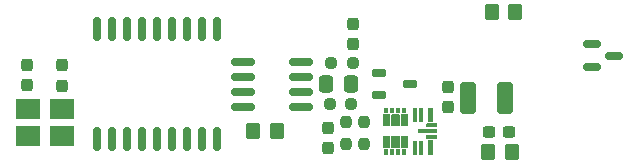
<source format=gbr>
%TF.GenerationSoftware,KiCad,Pcbnew,9.0.1*%
%TF.CreationDate,2025-09-14T13:33:31-04:00*%
%TF.ProjectId,can-nano-shield-fieldbus,63616e2d-6e61-46e6-9f2d-736869656c64,rev?*%
%TF.SameCoordinates,Original*%
%TF.FileFunction,Paste,Bot*%
%TF.FilePolarity,Positive*%
%FSLAX46Y46*%
G04 Gerber Fmt 4.6, Leading zero omitted, Abs format (unit mm)*
G04 Created by KiCad (PCBNEW 9.0.1) date 2025-09-14 13:33:31*
%MOMM*%
%LPD*%
G01*
G04 APERTURE LIST*
G04 Aperture macros list*
%AMRoundRect*
0 Rectangle with rounded corners*
0 $1 Rounding radius*
0 $2 $3 $4 $5 $6 $7 $8 $9 X,Y pos of 4 corners*
0 Add a 4 corners polygon primitive as box body*
4,1,4,$2,$3,$4,$5,$6,$7,$8,$9,$2,$3,0*
0 Add four circle primitives for the rounded corners*
1,1,$1+$1,$2,$3*
1,1,$1+$1,$4,$5*
1,1,$1+$1,$6,$7*
1,1,$1+$1,$8,$9*
0 Add four rect primitives between the rounded corners*
20,1,$1+$1,$2,$3,$4,$5,0*
20,1,$1+$1,$4,$5,$6,$7,0*
20,1,$1+$1,$6,$7,$8,$9,0*
20,1,$1+$1,$8,$9,$2,$3,0*%
G04 Aperture macros list end*
%ADD10C,0.010000*%
%ADD11RoundRect,0.150000X-0.587500X-0.150000X0.587500X-0.150000X0.587500X0.150000X-0.587500X0.150000X0*%
%ADD12RoundRect,0.250000X0.412500X1.100000X-0.412500X1.100000X-0.412500X-1.100000X0.412500X-1.100000X0*%
%ADD13R,2.100000X1.800000*%
%ADD14RoundRect,0.237500X0.300000X0.237500X-0.300000X0.237500X-0.300000X-0.237500X0.300000X-0.237500X0*%
%ADD15RoundRect,0.250000X0.350000X0.450000X-0.350000X0.450000X-0.350000X-0.450000X0.350000X-0.450000X0*%
%ADD16RoundRect,0.237500X0.237500X-0.300000X0.237500X0.300000X-0.237500X0.300000X-0.237500X-0.300000X0*%
%ADD17RoundRect,0.237500X-0.250000X-0.237500X0.250000X-0.237500X0.250000X0.237500X-0.250000X0.237500X0*%
%ADD18RoundRect,0.237500X-0.237500X0.250000X-0.237500X-0.250000X0.237500X-0.250000X0.237500X0.250000X0*%
%ADD19RoundRect,0.162500X-0.447500X-0.162500X0.447500X-0.162500X0.447500X0.162500X-0.447500X0.162500X0*%
%ADD20RoundRect,0.150000X-0.825000X-0.150000X0.825000X-0.150000X0.825000X0.150000X-0.825000X0.150000X0*%
%ADD21RoundRect,0.237500X0.237500X-0.250000X0.237500X0.250000X-0.237500X0.250000X-0.237500X-0.250000X0*%
%ADD22RoundRect,0.250000X-0.337500X-0.475000X0.337500X-0.475000X0.337500X0.475000X-0.337500X0.475000X0*%
%ADD23RoundRect,0.237500X0.250000X0.237500X-0.250000X0.237500X-0.250000X-0.237500X0.250000X-0.237500X0*%
%ADD24RoundRect,0.150000X0.150000X-0.875000X0.150000X0.875000X-0.150000X0.875000X-0.150000X-0.875000X0*%
G04 APERTURE END LIST*
D10*
%TO.C,U3*%
X148778000Y-94881000D02*
X148780000Y-94881000D01*
X148783000Y-94882000D01*
X148785000Y-94882000D01*
X148788000Y-94883000D01*
X148790000Y-94884000D01*
X148793000Y-94885000D01*
X148795000Y-94887000D01*
X148797000Y-94888000D01*
X148799000Y-94890000D01*
X148801000Y-94891000D01*
X148803000Y-94893000D01*
X148805000Y-94895000D01*
X148807000Y-94897000D01*
X148809000Y-94899000D01*
X148810000Y-94901000D01*
X148812000Y-94903000D01*
X148813000Y-94905000D01*
X148815000Y-94907000D01*
X148816000Y-94910000D01*
X148817000Y-94912000D01*
X148818000Y-94915000D01*
X148818000Y-94917000D01*
X148819000Y-94920000D01*
X148819000Y-94922000D01*
X148820000Y-94925000D01*
X148820000Y-94927000D01*
X148820000Y-94930000D01*
X148820000Y-95760000D01*
X148820000Y-95763000D01*
X148820000Y-95765000D01*
X148819000Y-95768000D01*
X148819000Y-95770000D01*
X148818000Y-95773000D01*
X148818000Y-95775000D01*
X148817000Y-95778000D01*
X148816000Y-95780000D01*
X148815000Y-95783000D01*
X148813000Y-95785000D01*
X148812000Y-95787000D01*
X148810000Y-95789000D01*
X148809000Y-95791000D01*
X148807000Y-95793000D01*
X148805000Y-95795000D01*
X148803000Y-95797000D01*
X148801000Y-95799000D01*
X148799000Y-95800000D01*
X148797000Y-95802000D01*
X148795000Y-95803000D01*
X148793000Y-95805000D01*
X148790000Y-95806000D01*
X148788000Y-95807000D01*
X148785000Y-95808000D01*
X148783000Y-95808000D01*
X148780000Y-95809000D01*
X148778000Y-95809000D01*
X148775000Y-95810000D01*
X148773000Y-95810000D01*
X148770000Y-95810000D01*
X148360000Y-95810000D01*
X148357000Y-95810000D01*
X148355000Y-95810000D01*
X148352000Y-95809000D01*
X148350000Y-95809000D01*
X148347000Y-95808000D01*
X148345000Y-95808000D01*
X148342000Y-95807000D01*
X148340000Y-95806000D01*
X148337000Y-95805000D01*
X148335000Y-95803000D01*
X148333000Y-95802000D01*
X148331000Y-95800000D01*
X148329000Y-95799000D01*
X148327000Y-95797000D01*
X148325000Y-95795000D01*
X148323000Y-95793000D01*
X148321000Y-95791000D01*
X148320000Y-95789000D01*
X148318000Y-95787000D01*
X148317000Y-95785000D01*
X148315000Y-95783000D01*
X148314000Y-95780000D01*
X148313000Y-95778000D01*
X148312000Y-95775000D01*
X148312000Y-95773000D01*
X148311000Y-95770000D01*
X148311000Y-95768000D01*
X148310000Y-95765000D01*
X148310000Y-95763000D01*
X148310000Y-95760000D01*
X148310000Y-94930000D01*
X148310000Y-94927000D01*
X148310000Y-94925000D01*
X148311000Y-94922000D01*
X148311000Y-94920000D01*
X148312000Y-94917000D01*
X148312000Y-94915000D01*
X148313000Y-94912000D01*
X148314000Y-94910000D01*
X148315000Y-94907000D01*
X148317000Y-94905000D01*
X148318000Y-94903000D01*
X148320000Y-94901000D01*
X148321000Y-94899000D01*
X148323000Y-94897000D01*
X148325000Y-94895000D01*
X148327000Y-94893000D01*
X148329000Y-94891000D01*
X148331000Y-94890000D01*
X148333000Y-94888000D01*
X148335000Y-94887000D01*
X148337000Y-94885000D01*
X148340000Y-94884000D01*
X148342000Y-94883000D01*
X148345000Y-94882000D01*
X148347000Y-94882000D01*
X148350000Y-94881000D01*
X148352000Y-94881000D01*
X148355000Y-94880000D01*
X148357000Y-94880000D01*
X148360000Y-94880000D01*
X148770000Y-94880000D01*
X148773000Y-94880000D01*
X148775000Y-94880000D01*
X148778000Y-94881000D01*
G36*
X148778000Y-94881000D02*
G01*
X148780000Y-94881000D01*
X148783000Y-94882000D01*
X148785000Y-94882000D01*
X148788000Y-94883000D01*
X148790000Y-94884000D01*
X148793000Y-94885000D01*
X148795000Y-94887000D01*
X148797000Y-94888000D01*
X148799000Y-94890000D01*
X148801000Y-94891000D01*
X148803000Y-94893000D01*
X148805000Y-94895000D01*
X148807000Y-94897000D01*
X148809000Y-94899000D01*
X148810000Y-94901000D01*
X148812000Y-94903000D01*
X148813000Y-94905000D01*
X148815000Y-94907000D01*
X148816000Y-94910000D01*
X148817000Y-94912000D01*
X148818000Y-94915000D01*
X148818000Y-94917000D01*
X148819000Y-94920000D01*
X148819000Y-94922000D01*
X148820000Y-94925000D01*
X148820000Y-94927000D01*
X148820000Y-94930000D01*
X148820000Y-95760000D01*
X148820000Y-95763000D01*
X148820000Y-95765000D01*
X148819000Y-95768000D01*
X148819000Y-95770000D01*
X148818000Y-95773000D01*
X148818000Y-95775000D01*
X148817000Y-95778000D01*
X148816000Y-95780000D01*
X148815000Y-95783000D01*
X148813000Y-95785000D01*
X148812000Y-95787000D01*
X148810000Y-95789000D01*
X148809000Y-95791000D01*
X148807000Y-95793000D01*
X148805000Y-95795000D01*
X148803000Y-95797000D01*
X148801000Y-95799000D01*
X148799000Y-95800000D01*
X148797000Y-95802000D01*
X148795000Y-95803000D01*
X148793000Y-95805000D01*
X148790000Y-95806000D01*
X148788000Y-95807000D01*
X148785000Y-95808000D01*
X148783000Y-95808000D01*
X148780000Y-95809000D01*
X148778000Y-95809000D01*
X148775000Y-95810000D01*
X148773000Y-95810000D01*
X148770000Y-95810000D01*
X148360000Y-95810000D01*
X148357000Y-95810000D01*
X148355000Y-95810000D01*
X148352000Y-95809000D01*
X148350000Y-95809000D01*
X148347000Y-95808000D01*
X148345000Y-95808000D01*
X148342000Y-95807000D01*
X148340000Y-95806000D01*
X148337000Y-95805000D01*
X148335000Y-95803000D01*
X148333000Y-95802000D01*
X148331000Y-95800000D01*
X148329000Y-95799000D01*
X148327000Y-95797000D01*
X148325000Y-95795000D01*
X148323000Y-95793000D01*
X148321000Y-95791000D01*
X148320000Y-95789000D01*
X148318000Y-95787000D01*
X148317000Y-95785000D01*
X148315000Y-95783000D01*
X148314000Y-95780000D01*
X148313000Y-95778000D01*
X148312000Y-95775000D01*
X148312000Y-95773000D01*
X148311000Y-95770000D01*
X148311000Y-95768000D01*
X148310000Y-95765000D01*
X148310000Y-95763000D01*
X148310000Y-95760000D01*
X148310000Y-94930000D01*
X148310000Y-94927000D01*
X148310000Y-94925000D01*
X148311000Y-94922000D01*
X148311000Y-94920000D01*
X148312000Y-94917000D01*
X148312000Y-94915000D01*
X148313000Y-94912000D01*
X148314000Y-94910000D01*
X148315000Y-94907000D01*
X148317000Y-94905000D01*
X148318000Y-94903000D01*
X148320000Y-94901000D01*
X148321000Y-94899000D01*
X148323000Y-94897000D01*
X148325000Y-94895000D01*
X148327000Y-94893000D01*
X148329000Y-94891000D01*
X148331000Y-94890000D01*
X148333000Y-94888000D01*
X148335000Y-94887000D01*
X148337000Y-94885000D01*
X148340000Y-94884000D01*
X148342000Y-94883000D01*
X148345000Y-94882000D01*
X148347000Y-94882000D01*
X148350000Y-94881000D01*
X148352000Y-94881000D01*
X148355000Y-94880000D01*
X148357000Y-94880000D01*
X148360000Y-94880000D01*
X148770000Y-94880000D01*
X148773000Y-94880000D01*
X148775000Y-94880000D01*
X148778000Y-94881000D01*
G37*
X148778000Y-96711000D02*
X148780000Y-96711000D01*
X148783000Y-96712000D01*
X148785000Y-96712000D01*
X148788000Y-96713000D01*
X148790000Y-96714000D01*
X148793000Y-96715000D01*
X148795000Y-96717000D01*
X148797000Y-96718000D01*
X148799000Y-96720000D01*
X148801000Y-96721000D01*
X148803000Y-96723000D01*
X148805000Y-96725000D01*
X148807000Y-96727000D01*
X148809000Y-96729000D01*
X148810000Y-96731000D01*
X148812000Y-96733000D01*
X148813000Y-96735000D01*
X148815000Y-96737000D01*
X148816000Y-96740000D01*
X148817000Y-96742000D01*
X148818000Y-96745000D01*
X148818000Y-96747000D01*
X148819000Y-96750000D01*
X148819000Y-96752000D01*
X148820000Y-96755000D01*
X148820000Y-96757000D01*
X148820000Y-96760000D01*
X148820000Y-97590000D01*
X148820000Y-97593000D01*
X148820000Y-97595000D01*
X148819000Y-97598000D01*
X148819000Y-97600000D01*
X148818000Y-97603000D01*
X148818000Y-97605000D01*
X148817000Y-97608000D01*
X148816000Y-97610000D01*
X148815000Y-97613000D01*
X148813000Y-97615000D01*
X148812000Y-97617000D01*
X148810000Y-97619000D01*
X148809000Y-97621000D01*
X148807000Y-97623000D01*
X148805000Y-97625000D01*
X148803000Y-97627000D01*
X148801000Y-97629000D01*
X148799000Y-97630000D01*
X148797000Y-97632000D01*
X148795000Y-97633000D01*
X148793000Y-97635000D01*
X148790000Y-97636000D01*
X148788000Y-97637000D01*
X148785000Y-97638000D01*
X148783000Y-97638000D01*
X148780000Y-97639000D01*
X148778000Y-97639000D01*
X148775000Y-97640000D01*
X148773000Y-97640000D01*
X148770000Y-97640000D01*
X148360000Y-97640000D01*
X148357000Y-97640000D01*
X148355000Y-97640000D01*
X148352000Y-97639000D01*
X148350000Y-97639000D01*
X148347000Y-97638000D01*
X148345000Y-97638000D01*
X148342000Y-97637000D01*
X148340000Y-97636000D01*
X148337000Y-97635000D01*
X148335000Y-97633000D01*
X148333000Y-97632000D01*
X148331000Y-97630000D01*
X148329000Y-97629000D01*
X148327000Y-97627000D01*
X148325000Y-97625000D01*
X148323000Y-97623000D01*
X148321000Y-97621000D01*
X148320000Y-97619000D01*
X148318000Y-97617000D01*
X148317000Y-97615000D01*
X148315000Y-97613000D01*
X148314000Y-97610000D01*
X148313000Y-97608000D01*
X148312000Y-97605000D01*
X148312000Y-97603000D01*
X148311000Y-97600000D01*
X148311000Y-97598000D01*
X148310000Y-97595000D01*
X148310000Y-97593000D01*
X148310000Y-97590000D01*
X148310000Y-96760000D01*
X148310000Y-96757000D01*
X148310000Y-96755000D01*
X148311000Y-96752000D01*
X148311000Y-96750000D01*
X148312000Y-96747000D01*
X148312000Y-96745000D01*
X148313000Y-96742000D01*
X148314000Y-96740000D01*
X148315000Y-96737000D01*
X148317000Y-96735000D01*
X148318000Y-96733000D01*
X148320000Y-96731000D01*
X148321000Y-96729000D01*
X148323000Y-96727000D01*
X148325000Y-96725000D01*
X148327000Y-96723000D01*
X148329000Y-96721000D01*
X148331000Y-96720000D01*
X148333000Y-96718000D01*
X148335000Y-96717000D01*
X148337000Y-96715000D01*
X148340000Y-96714000D01*
X148342000Y-96713000D01*
X148345000Y-96712000D01*
X148347000Y-96712000D01*
X148350000Y-96711000D01*
X148352000Y-96711000D01*
X148355000Y-96710000D01*
X148357000Y-96710000D01*
X148360000Y-96710000D01*
X148770000Y-96710000D01*
X148773000Y-96710000D01*
X148775000Y-96710000D01*
X148778000Y-96711000D01*
G36*
X148778000Y-96711000D02*
G01*
X148780000Y-96711000D01*
X148783000Y-96712000D01*
X148785000Y-96712000D01*
X148788000Y-96713000D01*
X148790000Y-96714000D01*
X148793000Y-96715000D01*
X148795000Y-96717000D01*
X148797000Y-96718000D01*
X148799000Y-96720000D01*
X148801000Y-96721000D01*
X148803000Y-96723000D01*
X148805000Y-96725000D01*
X148807000Y-96727000D01*
X148809000Y-96729000D01*
X148810000Y-96731000D01*
X148812000Y-96733000D01*
X148813000Y-96735000D01*
X148815000Y-96737000D01*
X148816000Y-96740000D01*
X148817000Y-96742000D01*
X148818000Y-96745000D01*
X148818000Y-96747000D01*
X148819000Y-96750000D01*
X148819000Y-96752000D01*
X148820000Y-96755000D01*
X148820000Y-96757000D01*
X148820000Y-96760000D01*
X148820000Y-97590000D01*
X148820000Y-97593000D01*
X148820000Y-97595000D01*
X148819000Y-97598000D01*
X148819000Y-97600000D01*
X148818000Y-97603000D01*
X148818000Y-97605000D01*
X148817000Y-97608000D01*
X148816000Y-97610000D01*
X148815000Y-97613000D01*
X148813000Y-97615000D01*
X148812000Y-97617000D01*
X148810000Y-97619000D01*
X148809000Y-97621000D01*
X148807000Y-97623000D01*
X148805000Y-97625000D01*
X148803000Y-97627000D01*
X148801000Y-97629000D01*
X148799000Y-97630000D01*
X148797000Y-97632000D01*
X148795000Y-97633000D01*
X148793000Y-97635000D01*
X148790000Y-97636000D01*
X148788000Y-97637000D01*
X148785000Y-97638000D01*
X148783000Y-97638000D01*
X148780000Y-97639000D01*
X148778000Y-97639000D01*
X148775000Y-97640000D01*
X148773000Y-97640000D01*
X148770000Y-97640000D01*
X148360000Y-97640000D01*
X148357000Y-97640000D01*
X148355000Y-97640000D01*
X148352000Y-97639000D01*
X148350000Y-97639000D01*
X148347000Y-97638000D01*
X148345000Y-97638000D01*
X148342000Y-97637000D01*
X148340000Y-97636000D01*
X148337000Y-97635000D01*
X148335000Y-97633000D01*
X148333000Y-97632000D01*
X148331000Y-97630000D01*
X148329000Y-97629000D01*
X148327000Y-97627000D01*
X148325000Y-97625000D01*
X148323000Y-97623000D01*
X148321000Y-97621000D01*
X148320000Y-97619000D01*
X148318000Y-97617000D01*
X148317000Y-97615000D01*
X148315000Y-97613000D01*
X148314000Y-97610000D01*
X148313000Y-97608000D01*
X148312000Y-97605000D01*
X148312000Y-97603000D01*
X148311000Y-97600000D01*
X148311000Y-97598000D01*
X148310000Y-97595000D01*
X148310000Y-97593000D01*
X148310000Y-97590000D01*
X148310000Y-96760000D01*
X148310000Y-96757000D01*
X148310000Y-96755000D01*
X148311000Y-96752000D01*
X148311000Y-96750000D01*
X148312000Y-96747000D01*
X148312000Y-96745000D01*
X148313000Y-96742000D01*
X148314000Y-96740000D01*
X148315000Y-96737000D01*
X148317000Y-96735000D01*
X148318000Y-96733000D01*
X148320000Y-96731000D01*
X148321000Y-96729000D01*
X148323000Y-96727000D01*
X148325000Y-96725000D01*
X148327000Y-96723000D01*
X148329000Y-96721000D01*
X148331000Y-96720000D01*
X148333000Y-96718000D01*
X148335000Y-96717000D01*
X148337000Y-96715000D01*
X148340000Y-96714000D01*
X148342000Y-96713000D01*
X148345000Y-96712000D01*
X148347000Y-96712000D01*
X148350000Y-96711000D01*
X148352000Y-96711000D01*
X148355000Y-96710000D01*
X148357000Y-96710000D01*
X148360000Y-96710000D01*
X148770000Y-96710000D01*
X148773000Y-96710000D01*
X148775000Y-96710000D01*
X148778000Y-96711000D01*
G37*
X148618000Y-94311000D02*
X148620000Y-94311000D01*
X148623000Y-94312000D01*
X148625000Y-94312000D01*
X148628000Y-94313000D01*
X148630000Y-94314000D01*
X148633000Y-94315000D01*
X148635000Y-94317000D01*
X148637000Y-94318000D01*
X148639000Y-94320000D01*
X148641000Y-94321000D01*
X148643000Y-94323000D01*
X148645000Y-94325000D01*
X148647000Y-94327000D01*
X148649000Y-94329000D01*
X148650000Y-94331000D01*
X148652000Y-94333000D01*
X148653000Y-94335000D01*
X148655000Y-94337000D01*
X148656000Y-94340000D01*
X148657000Y-94342000D01*
X148658000Y-94345000D01*
X148658000Y-94347000D01*
X148659000Y-94350000D01*
X148659000Y-94352000D01*
X148660000Y-94355000D01*
X148660000Y-94357000D01*
X148660000Y-94360000D01*
X148660000Y-94635000D01*
X148660000Y-94638000D01*
X148660000Y-94640000D01*
X148659000Y-94643000D01*
X148659000Y-94645000D01*
X148658000Y-94648000D01*
X148658000Y-94650000D01*
X148657000Y-94653000D01*
X148656000Y-94655000D01*
X148655000Y-94658000D01*
X148653000Y-94660000D01*
X148652000Y-94662000D01*
X148650000Y-94664000D01*
X148649000Y-94666000D01*
X148647000Y-94668000D01*
X148645000Y-94670000D01*
X148643000Y-94672000D01*
X148641000Y-94674000D01*
X148639000Y-94675000D01*
X148637000Y-94677000D01*
X148635000Y-94678000D01*
X148633000Y-94680000D01*
X148630000Y-94681000D01*
X148628000Y-94682000D01*
X148625000Y-94683000D01*
X148623000Y-94683000D01*
X148620000Y-94684000D01*
X148618000Y-94684000D01*
X148615000Y-94685000D01*
X148613000Y-94685000D01*
X148610000Y-94685000D01*
X148460000Y-94685000D01*
X148457000Y-94685000D01*
X148455000Y-94685000D01*
X148452000Y-94684000D01*
X148450000Y-94684000D01*
X148447000Y-94683000D01*
X148445000Y-94683000D01*
X148442000Y-94682000D01*
X148440000Y-94681000D01*
X148437000Y-94680000D01*
X148435000Y-94678000D01*
X148433000Y-94677000D01*
X148431000Y-94675000D01*
X148429000Y-94674000D01*
X148427000Y-94672000D01*
X148425000Y-94670000D01*
X148423000Y-94668000D01*
X148421000Y-94666000D01*
X148420000Y-94664000D01*
X148418000Y-94662000D01*
X148417000Y-94660000D01*
X148415000Y-94658000D01*
X148414000Y-94655000D01*
X148413000Y-94653000D01*
X148412000Y-94650000D01*
X148412000Y-94648000D01*
X148411000Y-94645000D01*
X148411000Y-94643000D01*
X148410000Y-94640000D01*
X148410000Y-94638000D01*
X148410000Y-94635000D01*
X148410000Y-94360000D01*
X148410000Y-94357000D01*
X148410000Y-94355000D01*
X148411000Y-94352000D01*
X148411000Y-94350000D01*
X148412000Y-94347000D01*
X148412000Y-94345000D01*
X148413000Y-94342000D01*
X148414000Y-94340000D01*
X148415000Y-94337000D01*
X148417000Y-94335000D01*
X148418000Y-94333000D01*
X148420000Y-94331000D01*
X148421000Y-94329000D01*
X148423000Y-94327000D01*
X148425000Y-94325000D01*
X148427000Y-94323000D01*
X148429000Y-94321000D01*
X148431000Y-94320000D01*
X148433000Y-94318000D01*
X148435000Y-94317000D01*
X148437000Y-94315000D01*
X148440000Y-94314000D01*
X148442000Y-94313000D01*
X148445000Y-94312000D01*
X148447000Y-94312000D01*
X148450000Y-94311000D01*
X148452000Y-94311000D01*
X148455000Y-94310000D01*
X148457000Y-94310000D01*
X148460000Y-94310000D01*
X148610000Y-94310000D01*
X148613000Y-94310000D01*
X148615000Y-94310000D01*
X148618000Y-94311000D01*
G36*
X148618000Y-94311000D02*
G01*
X148620000Y-94311000D01*
X148623000Y-94312000D01*
X148625000Y-94312000D01*
X148628000Y-94313000D01*
X148630000Y-94314000D01*
X148633000Y-94315000D01*
X148635000Y-94317000D01*
X148637000Y-94318000D01*
X148639000Y-94320000D01*
X148641000Y-94321000D01*
X148643000Y-94323000D01*
X148645000Y-94325000D01*
X148647000Y-94327000D01*
X148649000Y-94329000D01*
X148650000Y-94331000D01*
X148652000Y-94333000D01*
X148653000Y-94335000D01*
X148655000Y-94337000D01*
X148656000Y-94340000D01*
X148657000Y-94342000D01*
X148658000Y-94345000D01*
X148658000Y-94347000D01*
X148659000Y-94350000D01*
X148659000Y-94352000D01*
X148660000Y-94355000D01*
X148660000Y-94357000D01*
X148660000Y-94360000D01*
X148660000Y-94635000D01*
X148660000Y-94638000D01*
X148660000Y-94640000D01*
X148659000Y-94643000D01*
X148659000Y-94645000D01*
X148658000Y-94648000D01*
X148658000Y-94650000D01*
X148657000Y-94653000D01*
X148656000Y-94655000D01*
X148655000Y-94658000D01*
X148653000Y-94660000D01*
X148652000Y-94662000D01*
X148650000Y-94664000D01*
X148649000Y-94666000D01*
X148647000Y-94668000D01*
X148645000Y-94670000D01*
X148643000Y-94672000D01*
X148641000Y-94674000D01*
X148639000Y-94675000D01*
X148637000Y-94677000D01*
X148635000Y-94678000D01*
X148633000Y-94680000D01*
X148630000Y-94681000D01*
X148628000Y-94682000D01*
X148625000Y-94683000D01*
X148623000Y-94683000D01*
X148620000Y-94684000D01*
X148618000Y-94684000D01*
X148615000Y-94685000D01*
X148613000Y-94685000D01*
X148610000Y-94685000D01*
X148460000Y-94685000D01*
X148457000Y-94685000D01*
X148455000Y-94685000D01*
X148452000Y-94684000D01*
X148450000Y-94684000D01*
X148447000Y-94683000D01*
X148445000Y-94683000D01*
X148442000Y-94682000D01*
X148440000Y-94681000D01*
X148437000Y-94680000D01*
X148435000Y-94678000D01*
X148433000Y-94677000D01*
X148431000Y-94675000D01*
X148429000Y-94674000D01*
X148427000Y-94672000D01*
X148425000Y-94670000D01*
X148423000Y-94668000D01*
X148421000Y-94666000D01*
X148420000Y-94664000D01*
X148418000Y-94662000D01*
X148417000Y-94660000D01*
X148415000Y-94658000D01*
X148414000Y-94655000D01*
X148413000Y-94653000D01*
X148412000Y-94650000D01*
X148412000Y-94648000D01*
X148411000Y-94645000D01*
X148411000Y-94643000D01*
X148410000Y-94640000D01*
X148410000Y-94638000D01*
X148410000Y-94635000D01*
X148410000Y-94360000D01*
X148410000Y-94357000D01*
X148410000Y-94355000D01*
X148411000Y-94352000D01*
X148411000Y-94350000D01*
X148412000Y-94347000D01*
X148412000Y-94345000D01*
X148413000Y-94342000D01*
X148414000Y-94340000D01*
X148415000Y-94337000D01*
X148417000Y-94335000D01*
X148418000Y-94333000D01*
X148420000Y-94331000D01*
X148421000Y-94329000D01*
X148423000Y-94327000D01*
X148425000Y-94325000D01*
X148427000Y-94323000D01*
X148429000Y-94321000D01*
X148431000Y-94320000D01*
X148433000Y-94318000D01*
X148435000Y-94317000D01*
X148437000Y-94315000D01*
X148440000Y-94314000D01*
X148442000Y-94313000D01*
X148445000Y-94312000D01*
X148447000Y-94312000D01*
X148450000Y-94311000D01*
X148452000Y-94311000D01*
X148455000Y-94310000D01*
X148457000Y-94310000D01*
X148460000Y-94310000D01*
X148610000Y-94310000D01*
X148613000Y-94310000D01*
X148615000Y-94310000D01*
X148618000Y-94311000D01*
G37*
X148618000Y-97836000D02*
X148620000Y-97836000D01*
X148623000Y-97837000D01*
X148625000Y-97837000D01*
X148628000Y-97838000D01*
X148630000Y-97839000D01*
X148633000Y-97840000D01*
X148635000Y-97842000D01*
X148637000Y-97843000D01*
X148639000Y-97845000D01*
X148641000Y-97846000D01*
X148643000Y-97848000D01*
X148645000Y-97850000D01*
X148647000Y-97852000D01*
X148649000Y-97854000D01*
X148650000Y-97856000D01*
X148652000Y-97858000D01*
X148653000Y-97860000D01*
X148655000Y-97862000D01*
X148656000Y-97865000D01*
X148657000Y-97867000D01*
X148658000Y-97870000D01*
X148658000Y-97872000D01*
X148659000Y-97875000D01*
X148659000Y-97877000D01*
X148660000Y-97880000D01*
X148660000Y-97882000D01*
X148660000Y-97885000D01*
X148660000Y-98160000D01*
X148660000Y-98163000D01*
X148660000Y-98165000D01*
X148659000Y-98168000D01*
X148659000Y-98170000D01*
X148658000Y-98173000D01*
X148658000Y-98175000D01*
X148657000Y-98178000D01*
X148656000Y-98180000D01*
X148655000Y-98183000D01*
X148653000Y-98185000D01*
X148652000Y-98187000D01*
X148650000Y-98189000D01*
X148649000Y-98191000D01*
X148647000Y-98193000D01*
X148645000Y-98195000D01*
X148643000Y-98197000D01*
X148641000Y-98199000D01*
X148639000Y-98200000D01*
X148637000Y-98202000D01*
X148635000Y-98203000D01*
X148633000Y-98205000D01*
X148630000Y-98206000D01*
X148628000Y-98207000D01*
X148625000Y-98208000D01*
X148623000Y-98208000D01*
X148620000Y-98209000D01*
X148618000Y-98209000D01*
X148615000Y-98210000D01*
X148613000Y-98210000D01*
X148610000Y-98210000D01*
X148460000Y-98210000D01*
X148457000Y-98210000D01*
X148455000Y-98210000D01*
X148452000Y-98209000D01*
X148450000Y-98209000D01*
X148447000Y-98208000D01*
X148445000Y-98208000D01*
X148442000Y-98207000D01*
X148440000Y-98206000D01*
X148437000Y-98205000D01*
X148435000Y-98203000D01*
X148433000Y-98202000D01*
X148431000Y-98200000D01*
X148429000Y-98199000D01*
X148427000Y-98197000D01*
X148425000Y-98195000D01*
X148423000Y-98193000D01*
X148421000Y-98191000D01*
X148420000Y-98189000D01*
X148418000Y-98187000D01*
X148417000Y-98185000D01*
X148415000Y-98183000D01*
X148414000Y-98180000D01*
X148413000Y-98178000D01*
X148412000Y-98175000D01*
X148412000Y-98173000D01*
X148411000Y-98170000D01*
X148411000Y-98168000D01*
X148410000Y-98165000D01*
X148410000Y-98163000D01*
X148410000Y-98160000D01*
X148410000Y-97885000D01*
X148410000Y-97882000D01*
X148410000Y-97880000D01*
X148411000Y-97877000D01*
X148411000Y-97875000D01*
X148412000Y-97872000D01*
X148412000Y-97870000D01*
X148413000Y-97867000D01*
X148414000Y-97865000D01*
X148415000Y-97862000D01*
X148417000Y-97860000D01*
X148418000Y-97858000D01*
X148420000Y-97856000D01*
X148421000Y-97854000D01*
X148423000Y-97852000D01*
X148425000Y-97850000D01*
X148427000Y-97848000D01*
X148429000Y-97846000D01*
X148431000Y-97845000D01*
X148433000Y-97843000D01*
X148435000Y-97842000D01*
X148437000Y-97840000D01*
X148440000Y-97839000D01*
X148442000Y-97838000D01*
X148445000Y-97837000D01*
X148447000Y-97837000D01*
X148450000Y-97836000D01*
X148452000Y-97836000D01*
X148455000Y-97835000D01*
X148457000Y-97835000D01*
X148460000Y-97835000D01*
X148610000Y-97835000D01*
X148613000Y-97835000D01*
X148615000Y-97835000D01*
X148618000Y-97836000D01*
G36*
X148618000Y-97836000D02*
G01*
X148620000Y-97836000D01*
X148623000Y-97837000D01*
X148625000Y-97837000D01*
X148628000Y-97838000D01*
X148630000Y-97839000D01*
X148633000Y-97840000D01*
X148635000Y-97842000D01*
X148637000Y-97843000D01*
X148639000Y-97845000D01*
X148641000Y-97846000D01*
X148643000Y-97848000D01*
X148645000Y-97850000D01*
X148647000Y-97852000D01*
X148649000Y-97854000D01*
X148650000Y-97856000D01*
X148652000Y-97858000D01*
X148653000Y-97860000D01*
X148655000Y-97862000D01*
X148656000Y-97865000D01*
X148657000Y-97867000D01*
X148658000Y-97870000D01*
X148658000Y-97872000D01*
X148659000Y-97875000D01*
X148659000Y-97877000D01*
X148660000Y-97880000D01*
X148660000Y-97882000D01*
X148660000Y-97885000D01*
X148660000Y-98160000D01*
X148660000Y-98163000D01*
X148660000Y-98165000D01*
X148659000Y-98168000D01*
X148659000Y-98170000D01*
X148658000Y-98173000D01*
X148658000Y-98175000D01*
X148657000Y-98178000D01*
X148656000Y-98180000D01*
X148655000Y-98183000D01*
X148653000Y-98185000D01*
X148652000Y-98187000D01*
X148650000Y-98189000D01*
X148649000Y-98191000D01*
X148647000Y-98193000D01*
X148645000Y-98195000D01*
X148643000Y-98197000D01*
X148641000Y-98199000D01*
X148639000Y-98200000D01*
X148637000Y-98202000D01*
X148635000Y-98203000D01*
X148633000Y-98205000D01*
X148630000Y-98206000D01*
X148628000Y-98207000D01*
X148625000Y-98208000D01*
X148623000Y-98208000D01*
X148620000Y-98209000D01*
X148618000Y-98209000D01*
X148615000Y-98210000D01*
X148613000Y-98210000D01*
X148610000Y-98210000D01*
X148460000Y-98210000D01*
X148457000Y-98210000D01*
X148455000Y-98210000D01*
X148452000Y-98209000D01*
X148450000Y-98209000D01*
X148447000Y-98208000D01*
X148445000Y-98208000D01*
X148442000Y-98207000D01*
X148440000Y-98206000D01*
X148437000Y-98205000D01*
X148435000Y-98203000D01*
X148433000Y-98202000D01*
X148431000Y-98200000D01*
X148429000Y-98199000D01*
X148427000Y-98197000D01*
X148425000Y-98195000D01*
X148423000Y-98193000D01*
X148421000Y-98191000D01*
X148420000Y-98189000D01*
X148418000Y-98187000D01*
X148417000Y-98185000D01*
X148415000Y-98183000D01*
X148414000Y-98180000D01*
X148413000Y-98178000D01*
X148412000Y-98175000D01*
X148412000Y-98173000D01*
X148411000Y-98170000D01*
X148411000Y-98168000D01*
X148410000Y-98165000D01*
X148410000Y-98163000D01*
X148410000Y-98160000D01*
X148410000Y-97885000D01*
X148410000Y-97882000D01*
X148410000Y-97880000D01*
X148411000Y-97877000D01*
X148411000Y-97875000D01*
X148412000Y-97872000D01*
X148412000Y-97870000D01*
X148413000Y-97867000D01*
X148414000Y-97865000D01*
X148415000Y-97862000D01*
X148417000Y-97860000D01*
X148418000Y-97858000D01*
X148420000Y-97856000D01*
X148421000Y-97854000D01*
X148423000Y-97852000D01*
X148425000Y-97850000D01*
X148427000Y-97848000D01*
X148429000Y-97846000D01*
X148431000Y-97845000D01*
X148433000Y-97843000D01*
X148435000Y-97842000D01*
X148437000Y-97840000D01*
X148440000Y-97839000D01*
X148442000Y-97838000D01*
X148445000Y-97837000D01*
X148447000Y-97837000D01*
X148450000Y-97836000D01*
X148452000Y-97836000D01*
X148455000Y-97835000D01*
X148457000Y-97835000D01*
X148460000Y-97835000D01*
X148610000Y-97835000D01*
X148613000Y-97835000D01*
X148615000Y-97835000D01*
X148618000Y-97836000D01*
G37*
X149118000Y-94311000D02*
X149120000Y-94311000D01*
X149123000Y-94312000D01*
X149125000Y-94312000D01*
X149128000Y-94313000D01*
X149130000Y-94314000D01*
X149133000Y-94315000D01*
X149135000Y-94317000D01*
X149137000Y-94318000D01*
X149139000Y-94320000D01*
X149141000Y-94321000D01*
X149143000Y-94323000D01*
X149145000Y-94325000D01*
X149147000Y-94327000D01*
X149149000Y-94329000D01*
X149150000Y-94331000D01*
X149152000Y-94333000D01*
X149153000Y-94335000D01*
X149155000Y-94337000D01*
X149156000Y-94340000D01*
X149157000Y-94342000D01*
X149158000Y-94345000D01*
X149158000Y-94347000D01*
X149159000Y-94350000D01*
X149159000Y-94352000D01*
X149160000Y-94355000D01*
X149160000Y-94357000D01*
X149160000Y-94360000D01*
X149160000Y-94635000D01*
X149160000Y-94638000D01*
X149160000Y-94640000D01*
X149159000Y-94643000D01*
X149159000Y-94645000D01*
X149158000Y-94648000D01*
X149158000Y-94650000D01*
X149157000Y-94653000D01*
X149156000Y-94655000D01*
X149155000Y-94658000D01*
X149153000Y-94660000D01*
X149152000Y-94662000D01*
X149150000Y-94664000D01*
X149149000Y-94666000D01*
X149147000Y-94668000D01*
X149145000Y-94670000D01*
X149143000Y-94672000D01*
X149141000Y-94674000D01*
X149139000Y-94675000D01*
X149137000Y-94677000D01*
X149135000Y-94678000D01*
X149133000Y-94680000D01*
X149130000Y-94681000D01*
X149128000Y-94682000D01*
X149125000Y-94683000D01*
X149123000Y-94683000D01*
X149120000Y-94684000D01*
X149118000Y-94684000D01*
X149115000Y-94685000D01*
X149113000Y-94685000D01*
X149110000Y-94685000D01*
X148960000Y-94685000D01*
X148957000Y-94685000D01*
X148955000Y-94685000D01*
X148952000Y-94684000D01*
X148950000Y-94684000D01*
X148947000Y-94683000D01*
X148945000Y-94683000D01*
X148942000Y-94682000D01*
X148940000Y-94681000D01*
X148937000Y-94680000D01*
X148935000Y-94678000D01*
X148933000Y-94677000D01*
X148931000Y-94675000D01*
X148929000Y-94674000D01*
X148927000Y-94672000D01*
X148925000Y-94670000D01*
X148923000Y-94668000D01*
X148921000Y-94666000D01*
X148920000Y-94664000D01*
X148918000Y-94662000D01*
X148917000Y-94660000D01*
X148915000Y-94658000D01*
X148914000Y-94655000D01*
X148913000Y-94653000D01*
X148912000Y-94650000D01*
X148912000Y-94648000D01*
X148911000Y-94645000D01*
X148911000Y-94643000D01*
X148910000Y-94640000D01*
X148910000Y-94638000D01*
X148910000Y-94635000D01*
X148910000Y-94360000D01*
X148910000Y-94357000D01*
X148910000Y-94355000D01*
X148911000Y-94352000D01*
X148911000Y-94350000D01*
X148912000Y-94347000D01*
X148912000Y-94345000D01*
X148913000Y-94342000D01*
X148914000Y-94340000D01*
X148915000Y-94337000D01*
X148917000Y-94335000D01*
X148918000Y-94333000D01*
X148920000Y-94331000D01*
X148921000Y-94329000D01*
X148923000Y-94327000D01*
X148925000Y-94325000D01*
X148927000Y-94323000D01*
X148929000Y-94321000D01*
X148931000Y-94320000D01*
X148933000Y-94318000D01*
X148935000Y-94317000D01*
X148937000Y-94315000D01*
X148940000Y-94314000D01*
X148942000Y-94313000D01*
X148945000Y-94312000D01*
X148947000Y-94312000D01*
X148950000Y-94311000D01*
X148952000Y-94311000D01*
X148955000Y-94310000D01*
X148957000Y-94310000D01*
X148960000Y-94310000D01*
X149110000Y-94310000D01*
X149113000Y-94310000D01*
X149115000Y-94310000D01*
X149118000Y-94311000D01*
G36*
X149118000Y-94311000D02*
G01*
X149120000Y-94311000D01*
X149123000Y-94312000D01*
X149125000Y-94312000D01*
X149128000Y-94313000D01*
X149130000Y-94314000D01*
X149133000Y-94315000D01*
X149135000Y-94317000D01*
X149137000Y-94318000D01*
X149139000Y-94320000D01*
X149141000Y-94321000D01*
X149143000Y-94323000D01*
X149145000Y-94325000D01*
X149147000Y-94327000D01*
X149149000Y-94329000D01*
X149150000Y-94331000D01*
X149152000Y-94333000D01*
X149153000Y-94335000D01*
X149155000Y-94337000D01*
X149156000Y-94340000D01*
X149157000Y-94342000D01*
X149158000Y-94345000D01*
X149158000Y-94347000D01*
X149159000Y-94350000D01*
X149159000Y-94352000D01*
X149160000Y-94355000D01*
X149160000Y-94357000D01*
X149160000Y-94360000D01*
X149160000Y-94635000D01*
X149160000Y-94638000D01*
X149160000Y-94640000D01*
X149159000Y-94643000D01*
X149159000Y-94645000D01*
X149158000Y-94648000D01*
X149158000Y-94650000D01*
X149157000Y-94653000D01*
X149156000Y-94655000D01*
X149155000Y-94658000D01*
X149153000Y-94660000D01*
X149152000Y-94662000D01*
X149150000Y-94664000D01*
X149149000Y-94666000D01*
X149147000Y-94668000D01*
X149145000Y-94670000D01*
X149143000Y-94672000D01*
X149141000Y-94674000D01*
X149139000Y-94675000D01*
X149137000Y-94677000D01*
X149135000Y-94678000D01*
X149133000Y-94680000D01*
X149130000Y-94681000D01*
X149128000Y-94682000D01*
X149125000Y-94683000D01*
X149123000Y-94683000D01*
X149120000Y-94684000D01*
X149118000Y-94684000D01*
X149115000Y-94685000D01*
X149113000Y-94685000D01*
X149110000Y-94685000D01*
X148960000Y-94685000D01*
X148957000Y-94685000D01*
X148955000Y-94685000D01*
X148952000Y-94684000D01*
X148950000Y-94684000D01*
X148947000Y-94683000D01*
X148945000Y-94683000D01*
X148942000Y-94682000D01*
X148940000Y-94681000D01*
X148937000Y-94680000D01*
X148935000Y-94678000D01*
X148933000Y-94677000D01*
X148931000Y-94675000D01*
X148929000Y-94674000D01*
X148927000Y-94672000D01*
X148925000Y-94670000D01*
X148923000Y-94668000D01*
X148921000Y-94666000D01*
X148920000Y-94664000D01*
X148918000Y-94662000D01*
X148917000Y-94660000D01*
X148915000Y-94658000D01*
X148914000Y-94655000D01*
X148913000Y-94653000D01*
X148912000Y-94650000D01*
X148912000Y-94648000D01*
X148911000Y-94645000D01*
X148911000Y-94643000D01*
X148910000Y-94640000D01*
X148910000Y-94638000D01*
X148910000Y-94635000D01*
X148910000Y-94360000D01*
X148910000Y-94357000D01*
X148910000Y-94355000D01*
X148911000Y-94352000D01*
X148911000Y-94350000D01*
X148912000Y-94347000D01*
X148912000Y-94345000D01*
X148913000Y-94342000D01*
X148914000Y-94340000D01*
X148915000Y-94337000D01*
X148917000Y-94335000D01*
X148918000Y-94333000D01*
X148920000Y-94331000D01*
X148921000Y-94329000D01*
X148923000Y-94327000D01*
X148925000Y-94325000D01*
X148927000Y-94323000D01*
X148929000Y-94321000D01*
X148931000Y-94320000D01*
X148933000Y-94318000D01*
X148935000Y-94317000D01*
X148937000Y-94315000D01*
X148940000Y-94314000D01*
X148942000Y-94313000D01*
X148945000Y-94312000D01*
X148947000Y-94312000D01*
X148950000Y-94311000D01*
X148952000Y-94311000D01*
X148955000Y-94310000D01*
X148957000Y-94310000D01*
X148960000Y-94310000D01*
X149110000Y-94310000D01*
X149113000Y-94310000D01*
X149115000Y-94310000D01*
X149118000Y-94311000D01*
G37*
X149118000Y-97836000D02*
X149120000Y-97836000D01*
X149123000Y-97837000D01*
X149125000Y-97837000D01*
X149128000Y-97838000D01*
X149130000Y-97839000D01*
X149133000Y-97840000D01*
X149135000Y-97842000D01*
X149137000Y-97843000D01*
X149139000Y-97845000D01*
X149141000Y-97846000D01*
X149143000Y-97848000D01*
X149145000Y-97850000D01*
X149147000Y-97852000D01*
X149149000Y-97854000D01*
X149150000Y-97856000D01*
X149152000Y-97858000D01*
X149153000Y-97860000D01*
X149155000Y-97862000D01*
X149156000Y-97865000D01*
X149157000Y-97867000D01*
X149158000Y-97870000D01*
X149158000Y-97872000D01*
X149159000Y-97875000D01*
X149159000Y-97877000D01*
X149160000Y-97880000D01*
X149160000Y-97882000D01*
X149160000Y-97885000D01*
X149160000Y-98160000D01*
X149160000Y-98163000D01*
X149160000Y-98165000D01*
X149159000Y-98168000D01*
X149159000Y-98170000D01*
X149158000Y-98173000D01*
X149158000Y-98175000D01*
X149157000Y-98178000D01*
X149156000Y-98180000D01*
X149155000Y-98183000D01*
X149153000Y-98185000D01*
X149152000Y-98187000D01*
X149150000Y-98189000D01*
X149149000Y-98191000D01*
X149147000Y-98193000D01*
X149145000Y-98195000D01*
X149143000Y-98197000D01*
X149141000Y-98199000D01*
X149139000Y-98200000D01*
X149137000Y-98202000D01*
X149135000Y-98203000D01*
X149133000Y-98205000D01*
X149130000Y-98206000D01*
X149128000Y-98207000D01*
X149125000Y-98208000D01*
X149123000Y-98208000D01*
X149120000Y-98209000D01*
X149118000Y-98209000D01*
X149115000Y-98210000D01*
X149113000Y-98210000D01*
X149110000Y-98210000D01*
X148960000Y-98210000D01*
X148957000Y-98210000D01*
X148955000Y-98210000D01*
X148952000Y-98209000D01*
X148950000Y-98209000D01*
X148947000Y-98208000D01*
X148945000Y-98208000D01*
X148942000Y-98207000D01*
X148940000Y-98206000D01*
X148937000Y-98205000D01*
X148935000Y-98203000D01*
X148933000Y-98202000D01*
X148931000Y-98200000D01*
X148929000Y-98199000D01*
X148927000Y-98197000D01*
X148925000Y-98195000D01*
X148923000Y-98193000D01*
X148921000Y-98191000D01*
X148920000Y-98189000D01*
X148918000Y-98187000D01*
X148917000Y-98185000D01*
X148915000Y-98183000D01*
X148914000Y-98180000D01*
X148913000Y-98178000D01*
X148912000Y-98175000D01*
X148912000Y-98173000D01*
X148911000Y-98170000D01*
X148911000Y-98168000D01*
X148910000Y-98165000D01*
X148910000Y-98163000D01*
X148910000Y-98160000D01*
X148910000Y-97885000D01*
X148910000Y-97882000D01*
X148910000Y-97880000D01*
X148911000Y-97877000D01*
X148911000Y-97875000D01*
X148912000Y-97872000D01*
X148912000Y-97870000D01*
X148913000Y-97867000D01*
X148914000Y-97865000D01*
X148915000Y-97862000D01*
X148917000Y-97860000D01*
X148918000Y-97858000D01*
X148920000Y-97856000D01*
X148921000Y-97854000D01*
X148923000Y-97852000D01*
X148925000Y-97850000D01*
X148927000Y-97848000D01*
X148929000Y-97846000D01*
X148931000Y-97845000D01*
X148933000Y-97843000D01*
X148935000Y-97842000D01*
X148937000Y-97840000D01*
X148940000Y-97839000D01*
X148942000Y-97838000D01*
X148945000Y-97837000D01*
X148947000Y-97837000D01*
X148950000Y-97836000D01*
X148952000Y-97836000D01*
X148955000Y-97835000D01*
X148957000Y-97835000D01*
X148960000Y-97835000D01*
X149110000Y-97835000D01*
X149113000Y-97835000D01*
X149115000Y-97835000D01*
X149118000Y-97836000D01*
G36*
X149118000Y-97836000D02*
G01*
X149120000Y-97836000D01*
X149123000Y-97837000D01*
X149125000Y-97837000D01*
X149128000Y-97838000D01*
X149130000Y-97839000D01*
X149133000Y-97840000D01*
X149135000Y-97842000D01*
X149137000Y-97843000D01*
X149139000Y-97845000D01*
X149141000Y-97846000D01*
X149143000Y-97848000D01*
X149145000Y-97850000D01*
X149147000Y-97852000D01*
X149149000Y-97854000D01*
X149150000Y-97856000D01*
X149152000Y-97858000D01*
X149153000Y-97860000D01*
X149155000Y-97862000D01*
X149156000Y-97865000D01*
X149157000Y-97867000D01*
X149158000Y-97870000D01*
X149158000Y-97872000D01*
X149159000Y-97875000D01*
X149159000Y-97877000D01*
X149160000Y-97880000D01*
X149160000Y-97882000D01*
X149160000Y-97885000D01*
X149160000Y-98160000D01*
X149160000Y-98163000D01*
X149160000Y-98165000D01*
X149159000Y-98168000D01*
X149159000Y-98170000D01*
X149158000Y-98173000D01*
X149158000Y-98175000D01*
X149157000Y-98178000D01*
X149156000Y-98180000D01*
X149155000Y-98183000D01*
X149153000Y-98185000D01*
X149152000Y-98187000D01*
X149150000Y-98189000D01*
X149149000Y-98191000D01*
X149147000Y-98193000D01*
X149145000Y-98195000D01*
X149143000Y-98197000D01*
X149141000Y-98199000D01*
X149139000Y-98200000D01*
X149137000Y-98202000D01*
X149135000Y-98203000D01*
X149133000Y-98205000D01*
X149130000Y-98206000D01*
X149128000Y-98207000D01*
X149125000Y-98208000D01*
X149123000Y-98208000D01*
X149120000Y-98209000D01*
X149118000Y-98209000D01*
X149115000Y-98210000D01*
X149113000Y-98210000D01*
X149110000Y-98210000D01*
X148960000Y-98210000D01*
X148957000Y-98210000D01*
X148955000Y-98210000D01*
X148952000Y-98209000D01*
X148950000Y-98209000D01*
X148947000Y-98208000D01*
X148945000Y-98208000D01*
X148942000Y-98207000D01*
X148940000Y-98206000D01*
X148937000Y-98205000D01*
X148935000Y-98203000D01*
X148933000Y-98202000D01*
X148931000Y-98200000D01*
X148929000Y-98199000D01*
X148927000Y-98197000D01*
X148925000Y-98195000D01*
X148923000Y-98193000D01*
X148921000Y-98191000D01*
X148920000Y-98189000D01*
X148918000Y-98187000D01*
X148917000Y-98185000D01*
X148915000Y-98183000D01*
X148914000Y-98180000D01*
X148913000Y-98178000D01*
X148912000Y-98175000D01*
X148912000Y-98173000D01*
X148911000Y-98170000D01*
X148911000Y-98168000D01*
X148910000Y-98165000D01*
X148910000Y-98163000D01*
X148910000Y-98160000D01*
X148910000Y-97885000D01*
X148910000Y-97882000D01*
X148910000Y-97880000D01*
X148911000Y-97877000D01*
X148911000Y-97875000D01*
X148912000Y-97872000D01*
X148912000Y-97870000D01*
X148913000Y-97867000D01*
X148914000Y-97865000D01*
X148915000Y-97862000D01*
X148917000Y-97860000D01*
X148918000Y-97858000D01*
X148920000Y-97856000D01*
X148921000Y-97854000D01*
X148923000Y-97852000D01*
X148925000Y-97850000D01*
X148927000Y-97848000D01*
X148929000Y-97846000D01*
X148931000Y-97845000D01*
X148933000Y-97843000D01*
X148935000Y-97842000D01*
X148937000Y-97840000D01*
X148940000Y-97839000D01*
X148942000Y-97838000D01*
X148945000Y-97837000D01*
X148947000Y-97837000D01*
X148950000Y-97836000D01*
X148952000Y-97836000D01*
X148955000Y-97835000D01*
X148957000Y-97835000D01*
X148960000Y-97835000D01*
X149110000Y-97835000D01*
X149113000Y-97835000D01*
X149115000Y-97835000D01*
X149118000Y-97836000D01*
G37*
X149603000Y-94881000D02*
X149605000Y-94881000D01*
X149608000Y-94882000D01*
X149610000Y-94882000D01*
X149613000Y-94883000D01*
X149615000Y-94884000D01*
X149618000Y-94885000D01*
X149620000Y-94887000D01*
X149622000Y-94888000D01*
X149624000Y-94890000D01*
X149626000Y-94891000D01*
X149628000Y-94893000D01*
X149630000Y-94895000D01*
X149632000Y-94897000D01*
X149634000Y-94899000D01*
X149635000Y-94901000D01*
X149637000Y-94903000D01*
X149638000Y-94905000D01*
X149640000Y-94907000D01*
X149641000Y-94910000D01*
X149642000Y-94912000D01*
X149643000Y-94915000D01*
X149643000Y-94917000D01*
X149644000Y-94920000D01*
X149644000Y-94922000D01*
X149645000Y-94925000D01*
X149645000Y-94927000D01*
X149645000Y-94930000D01*
X149645000Y-95760000D01*
X149645000Y-95763000D01*
X149645000Y-95765000D01*
X149644000Y-95768000D01*
X149644000Y-95770000D01*
X149643000Y-95773000D01*
X149643000Y-95775000D01*
X149642000Y-95778000D01*
X149641000Y-95780000D01*
X149640000Y-95783000D01*
X149638000Y-95785000D01*
X149637000Y-95787000D01*
X149635000Y-95789000D01*
X149634000Y-95791000D01*
X149632000Y-95793000D01*
X149630000Y-95795000D01*
X149628000Y-95797000D01*
X149626000Y-95799000D01*
X149624000Y-95800000D01*
X149622000Y-95802000D01*
X149620000Y-95803000D01*
X149618000Y-95805000D01*
X149615000Y-95806000D01*
X149613000Y-95807000D01*
X149610000Y-95808000D01*
X149608000Y-95808000D01*
X149605000Y-95809000D01*
X149603000Y-95809000D01*
X149600000Y-95810000D01*
X149598000Y-95810000D01*
X149595000Y-95810000D01*
X149075000Y-95810000D01*
X149072000Y-95810000D01*
X149070000Y-95810000D01*
X149067000Y-95809000D01*
X149065000Y-95809000D01*
X149062000Y-95808000D01*
X149060000Y-95808000D01*
X149057000Y-95807000D01*
X149055000Y-95806000D01*
X149052000Y-95805000D01*
X149050000Y-95803000D01*
X149048000Y-95802000D01*
X149046000Y-95800000D01*
X149044000Y-95799000D01*
X149042000Y-95797000D01*
X149040000Y-95795000D01*
X149038000Y-95793000D01*
X149036000Y-95791000D01*
X149035000Y-95789000D01*
X149033000Y-95787000D01*
X149032000Y-95785000D01*
X149030000Y-95783000D01*
X149029000Y-95780000D01*
X149028000Y-95778000D01*
X149027000Y-95775000D01*
X149027000Y-95773000D01*
X149026000Y-95770000D01*
X149026000Y-95768000D01*
X149025000Y-95765000D01*
X149025000Y-95763000D01*
X149025000Y-95760000D01*
X149025000Y-94930000D01*
X149025000Y-94927000D01*
X149025000Y-94925000D01*
X149026000Y-94922000D01*
X149026000Y-94920000D01*
X149027000Y-94917000D01*
X149027000Y-94915000D01*
X149028000Y-94912000D01*
X149029000Y-94910000D01*
X149030000Y-94907000D01*
X149032000Y-94905000D01*
X149033000Y-94903000D01*
X149035000Y-94901000D01*
X149036000Y-94899000D01*
X149038000Y-94897000D01*
X149040000Y-94895000D01*
X149042000Y-94893000D01*
X149044000Y-94891000D01*
X149046000Y-94890000D01*
X149048000Y-94888000D01*
X149050000Y-94887000D01*
X149052000Y-94885000D01*
X149055000Y-94884000D01*
X149057000Y-94883000D01*
X149060000Y-94882000D01*
X149062000Y-94882000D01*
X149065000Y-94881000D01*
X149067000Y-94881000D01*
X149070000Y-94880000D01*
X149072000Y-94880000D01*
X149075000Y-94880000D01*
X149595000Y-94880000D01*
X149598000Y-94880000D01*
X149600000Y-94880000D01*
X149603000Y-94881000D01*
G36*
X149603000Y-94881000D02*
G01*
X149605000Y-94881000D01*
X149608000Y-94882000D01*
X149610000Y-94882000D01*
X149613000Y-94883000D01*
X149615000Y-94884000D01*
X149618000Y-94885000D01*
X149620000Y-94887000D01*
X149622000Y-94888000D01*
X149624000Y-94890000D01*
X149626000Y-94891000D01*
X149628000Y-94893000D01*
X149630000Y-94895000D01*
X149632000Y-94897000D01*
X149634000Y-94899000D01*
X149635000Y-94901000D01*
X149637000Y-94903000D01*
X149638000Y-94905000D01*
X149640000Y-94907000D01*
X149641000Y-94910000D01*
X149642000Y-94912000D01*
X149643000Y-94915000D01*
X149643000Y-94917000D01*
X149644000Y-94920000D01*
X149644000Y-94922000D01*
X149645000Y-94925000D01*
X149645000Y-94927000D01*
X149645000Y-94930000D01*
X149645000Y-95760000D01*
X149645000Y-95763000D01*
X149645000Y-95765000D01*
X149644000Y-95768000D01*
X149644000Y-95770000D01*
X149643000Y-95773000D01*
X149643000Y-95775000D01*
X149642000Y-95778000D01*
X149641000Y-95780000D01*
X149640000Y-95783000D01*
X149638000Y-95785000D01*
X149637000Y-95787000D01*
X149635000Y-95789000D01*
X149634000Y-95791000D01*
X149632000Y-95793000D01*
X149630000Y-95795000D01*
X149628000Y-95797000D01*
X149626000Y-95799000D01*
X149624000Y-95800000D01*
X149622000Y-95802000D01*
X149620000Y-95803000D01*
X149618000Y-95805000D01*
X149615000Y-95806000D01*
X149613000Y-95807000D01*
X149610000Y-95808000D01*
X149608000Y-95808000D01*
X149605000Y-95809000D01*
X149603000Y-95809000D01*
X149600000Y-95810000D01*
X149598000Y-95810000D01*
X149595000Y-95810000D01*
X149075000Y-95810000D01*
X149072000Y-95810000D01*
X149070000Y-95810000D01*
X149067000Y-95809000D01*
X149065000Y-95809000D01*
X149062000Y-95808000D01*
X149060000Y-95808000D01*
X149057000Y-95807000D01*
X149055000Y-95806000D01*
X149052000Y-95805000D01*
X149050000Y-95803000D01*
X149048000Y-95802000D01*
X149046000Y-95800000D01*
X149044000Y-95799000D01*
X149042000Y-95797000D01*
X149040000Y-95795000D01*
X149038000Y-95793000D01*
X149036000Y-95791000D01*
X149035000Y-95789000D01*
X149033000Y-95787000D01*
X149032000Y-95785000D01*
X149030000Y-95783000D01*
X149029000Y-95780000D01*
X149028000Y-95778000D01*
X149027000Y-95775000D01*
X149027000Y-95773000D01*
X149026000Y-95770000D01*
X149026000Y-95768000D01*
X149025000Y-95765000D01*
X149025000Y-95763000D01*
X149025000Y-95760000D01*
X149025000Y-94930000D01*
X149025000Y-94927000D01*
X149025000Y-94925000D01*
X149026000Y-94922000D01*
X149026000Y-94920000D01*
X149027000Y-94917000D01*
X149027000Y-94915000D01*
X149028000Y-94912000D01*
X149029000Y-94910000D01*
X149030000Y-94907000D01*
X149032000Y-94905000D01*
X149033000Y-94903000D01*
X149035000Y-94901000D01*
X149036000Y-94899000D01*
X149038000Y-94897000D01*
X149040000Y-94895000D01*
X149042000Y-94893000D01*
X149044000Y-94891000D01*
X149046000Y-94890000D01*
X149048000Y-94888000D01*
X149050000Y-94887000D01*
X149052000Y-94885000D01*
X149055000Y-94884000D01*
X149057000Y-94883000D01*
X149060000Y-94882000D01*
X149062000Y-94882000D01*
X149065000Y-94881000D01*
X149067000Y-94881000D01*
X149070000Y-94880000D01*
X149072000Y-94880000D01*
X149075000Y-94880000D01*
X149595000Y-94880000D01*
X149598000Y-94880000D01*
X149600000Y-94880000D01*
X149603000Y-94881000D01*
G37*
X149603000Y-96711000D02*
X149605000Y-96711000D01*
X149608000Y-96712000D01*
X149610000Y-96712000D01*
X149613000Y-96713000D01*
X149615000Y-96714000D01*
X149618000Y-96715000D01*
X149620000Y-96717000D01*
X149622000Y-96718000D01*
X149624000Y-96720000D01*
X149626000Y-96721000D01*
X149628000Y-96723000D01*
X149630000Y-96725000D01*
X149632000Y-96727000D01*
X149634000Y-96729000D01*
X149635000Y-96731000D01*
X149637000Y-96733000D01*
X149638000Y-96735000D01*
X149640000Y-96737000D01*
X149641000Y-96740000D01*
X149642000Y-96742000D01*
X149643000Y-96745000D01*
X149643000Y-96747000D01*
X149644000Y-96750000D01*
X149644000Y-96752000D01*
X149645000Y-96755000D01*
X149645000Y-96757000D01*
X149645000Y-96760000D01*
X149645000Y-97590000D01*
X149645000Y-97593000D01*
X149645000Y-97595000D01*
X149644000Y-97598000D01*
X149644000Y-97600000D01*
X149643000Y-97603000D01*
X149643000Y-97605000D01*
X149642000Y-97608000D01*
X149641000Y-97610000D01*
X149640000Y-97613000D01*
X149638000Y-97615000D01*
X149637000Y-97617000D01*
X149635000Y-97619000D01*
X149634000Y-97621000D01*
X149632000Y-97623000D01*
X149630000Y-97625000D01*
X149628000Y-97627000D01*
X149626000Y-97629000D01*
X149624000Y-97630000D01*
X149622000Y-97632000D01*
X149620000Y-97633000D01*
X149618000Y-97635000D01*
X149615000Y-97636000D01*
X149613000Y-97637000D01*
X149610000Y-97638000D01*
X149608000Y-97638000D01*
X149605000Y-97639000D01*
X149603000Y-97639000D01*
X149600000Y-97640000D01*
X149598000Y-97640000D01*
X149595000Y-97640000D01*
X149075000Y-97640000D01*
X149072000Y-97640000D01*
X149070000Y-97640000D01*
X149067000Y-97639000D01*
X149065000Y-97639000D01*
X149062000Y-97638000D01*
X149060000Y-97638000D01*
X149057000Y-97637000D01*
X149055000Y-97636000D01*
X149052000Y-97635000D01*
X149050000Y-97633000D01*
X149048000Y-97632000D01*
X149046000Y-97630000D01*
X149044000Y-97629000D01*
X149042000Y-97627000D01*
X149040000Y-97625000D01*
X149038000Y-97623000D01*
X149036000Y-97621000D01*
X149035000Y-97619000D01*
X149033000Y-97617000D01*
X149032000Y-97615000D01*
X149030000Y-97613000D01*
X149029000Y-97610000D01*
X149028000Y-97608000D01*
X149027000Y-97605000D01*
X149027000Y-97603000D01*
X149026000Y-97600000D01*
X149026000Y-97598000D01*
X149025000Y-97595000D01*
X149025000Y-97593000D01*
X149025000Y-97590000D01*
X149025000Y-96760000D01*
X149025000Y-96757000D01*
X149025000Y-96755000D01*
X149026000Y-96752000D01*
X149026000Y-96750000D01*
X149027000Y-96747000D01*
X149027000Y-96745000D01*
X149028000Y-96742000D01*
X149029000Y-96740000D01*
X149030000Y-96737000D01*
X149032000Y-96735000D01*
X149033000Y-96733000D01*
X149035000Y-96731000D01*
X149036000Y-96729000D01*
X149038000Y-96727000D01*
X149040000Y-96725000D01*
X149042000Y-96723000D01*
X149044000Y-96721000D01*
X149046000Y-96720000D01*
X149048000Y-96718000D01*
X149050000Y-96717000D01*
X149052000Y-96715000D01*
X149055000Y-96714000D01*
X149057000Y-96713000D01*
X149060000Y-96712000D01*
X149062000Y-96712000D01*
X149065000Y-96711000D01*
X149067000Y-96711000D01*
X149070000Y-96710000D01*
X149072000Y-96710000D01*
X149075000Y-96710000D01*
X149595000Y-96710000D01*
X149598000Y-96710000D01*
X149600000Y-96710000D01*
X149603000Y-96711000D01*
G36*
X149603000Y-96711000D02*
G01*
X149605000Y-96711000D01*
X149608000Y-96712000D01*
X149610000Y-96712000D01*
X149613000Y-96713000D01*
X149615000Y-96714000D01*
X149618000Y-96715000D01*
X149620000Y-96717000D01*
X149622000Y-96718000D01*
X149624000Y-96720000D01*
X149626000Y-96721000D01*
X149628000Y-96723000D01*
X149630000Y-96725000D01*
X149632000Y-96727000D01*
X149634000Y-96729000D01*
X149635000Y-96731000D01*
X149637000Y-96733000D01*
X149638000Y-96735000D01*
X149640000Y-96737000D01*
X149641000Y-96740000D01*
X149642000Y-96742000D01*
X149643000Y-96745000D01*
X149643000Y-96747000D01*
X149644000Y-96750000D01*
X149644000Y-96752000D01*
X149645000Y-96755000D01*
X149645000Y-96757000D01*
X149645000Y-96760000D01*
X149645000Y-97590000D01*
X149645000Y-97593000D01*
X149645000Y-97595000D01*
X149644000Y-97598000D01*
X149644000Y-97600000D01*
X149643000Y-97603000D01*
X149643000Y-97605000D01*
X149642000Y-97608000D01*
X149641000Y-97610000D01*
X149640000Y-97613000D01*
X149638000Y-97615000D01*
X149637000Y-97617000D01*
X149635000Y-97619000D01*
X149634000Y-97621000D01*
X149632000Y-97623000D01*
X149630000Y-97625000D01*
X149628000Y-97627000D01*
X149626000Y-97629000D01*
X149624000Y-97630000D01*
X149622000Y-97632000D01*
X149620000Y-97633000D01*
X149618000Y-97635000D01*
X149615000Y-97636000D01*
X149613000Y-97637000D01*
X149610000Y-97638000D01*
X149608000Y-97638000D01*
X149605000Y-97639000D01*
X149603000Y-97639000D01*
X149600000Y-97640000D01*
X149598000Y-97640000D01*
X149595000Y-97640000D01*
X149075000Y-97640000D01*
X149072000Y-97640000D01*
X149070000Y-97640000D01*
X149067000Y-97639000D01*
X149065000Y-97639000D01*
X149062000Y-97638000D01*
X149060000Y-97638000D01*
X149057000Y-97637000D01*
X149055000Y-97636000D01*
X149052000Y-97635000D01*
X149050000Y-97633000D01*
X149048000Y-97632000D01*
X149046000Y-97630000D01*
X149044000Y-97629000D01*
X149042000Y-97627000D01*
X149040000Y-97625000D01*
X149038000Y-97623000D01*
X149036000Y-97621000D01*
X149035000Y-97619000D01*
X149033000Y-97617000D01*
X149032000Y-97615000D01*
X149030000Y-97613000D01*
X149029000Y-97610000D01*
X149028000Y-97608000D01*
X149027000Y-97605000D01*
X149027000Y-97603000D01*
X149026000Y-97600000D01*
X149026000Y-97598000D01*
X149025000Y-97595000D01*
X149025000Y-97593000D01*
X149025000Y-97590000D01*
X149025000Y-96760000D01*
X149025000Y-96757000D01*
X149025000Y-96755000D01*
X149026000Y-96752000D01*
X149026000Y-96750000D01*
X149027000Y-96747000D01*
X149027000Y-96745000D01*
X149028000Y-96742000D01*
X149029000Y-96740000D01*
X149030000Y-96737000D01*
X149032000Y-96735000D01*
X149033000Y-96733000D01*
X149035000Y-96731000D01*
X149036000Y-96729000D01*
X149038000Y-96727000D01*
X149040000Y-96725000D01*
X149042000Y-96723000D01*
X149044000Y-96721000D01*
X149046000Y-96720000D01*
X149048000Y-96718000D01*
X149050000Y-96717000D01*
X149052000Y-96715000D01*
X149055000Y-96714000D01*
X149057000Y-96713000D01*
X149060000Y-96712000D01*
X149062000Y-96712000D01*
X149065000Y-96711000D01*
X149067000Y-96711000D01*
X149070000Y-96710000D01*
X149072000Y-96710000D01*
X149075000Y-96710000D01*
X149595000Y-96710000D01*
X149598000Y-96710000D01*
X149600000Y-96710000D01*
X149603000Y-96711000D01*
G37*
X149618000Y-94311000D02*
X149620000Y-94311000D01*
X149623000Y-94312000D01*
X149625000Y-94312000D01*
X149628000Y-94313000D01*
X149630000Y-94314000D01*
X149633000Y-94315000D01*
X149635000Y-94317000D01*
X149637000Y-94318000D01*
X149639000Y-94320000D01*
X149641000Y-94321000D01*
X149643000Y-94323000D01*
X149645000Y-94325000D01*
X149647000Y-94327000D01*
X149649000Y-94329000D01*
X149650000Y-94331000D01*
X149652000Y-94333000D01*
X149653000Y-94335000D01*
X149655000Y-94337000D01*
X149656000Y-94340000D01*
X149657000Y-94342000D01*
X149658000Y-94345000D01*
X149658000Y-94347000D01*
X149659000Y-94350000D01*
X149659000Y-94352000D01*
X149660000Y-94355000D01*
X149660000Y-94357000D01*
X149660000Y-94360000D01*
X149660000Y-94635000D01*
X149660000Y-94638000D01*
X149660000Y-94640000D01*
X149659000Y-94643000D01*
X149659000Y-94645000D01*
X149658000Y-94648000D01*
X149658000Y-94650000D01*
X149657000Y-94653000D01*
X149656000Y-94655000D01*
X149655000Y-94658000D01*
X149653000Y-94660000D01*
X149652000Y-94662000D01*
X149650000Y-94664000D01*
X149649000Y-94666000D01*
X149647000Y-94668000D01*
X149645000Y-94670000D01*
X149643000Y-94672000D01*
X149641000Y-94674000D01*
X149639000Y-94675000D01*
X149637000Y-94677000D01*
X149635000Y-94678000D01*
X149633000Y-94680000D01*
X149630000Y-94681000D01*
X149628000Y-94682000D01*
X149625000Y-94683000D01*
X149623000Y-94683000D01*
X149620000Y-94684000D01*
X149618000Y-94684000D01*
X149615000Y-94685000D01*
X149613000Y-94685000D01*
X149610000Y-94685000D01*
X149460000Y-94685000D01*
X149457000Y-94685000D01*
X149455000Y-94685000D01*
X149452000Y-94684000D01*
X149450000Y-94684000D01*
X149447000Y-94683000D01*
X149445000Y-94683000D01*
X149442000Y-94682000D01*
X149440000Y-94681000D01*
X149437000Y-94680000D01*
X149435000Y-94678000D01*
X149433000Y-94677000D01*
X149431000Y-94675000D01*
X149429000Y-94674000D01*
X149427000Y-94672000D01*
X149425000Y-94670000D01*
X149423000Y-94668000D01*
X149421000Y-94666000D01*
X149420000Y-94664000D01*
X149418000Y-94662000D01*
X149417000Y-94660000D01*
X149415000Y-94658000D01*
X149414000Y-94655000D01*
X149413000Y-94653000D01*
X149412000Y-94650000D01*
X149412000Y-94648000D01*
X149411000Y-94645000D01*
X149411000Y-94643000D01*
X149410000Y-94640000D01*
X149410000Y-94638000D01*
X149410000Y-94635000D01*
X149410000Y-94360000D01*
X149410000Y-94357000D01*
X149410000Y-94355000D01*
X149411000Y-94352000D01*
X149411000Y-94350000D01*
X149412000Y-94347000D01*
X149412000Y-94345000D01*
X149413000Y-94342000D01*
X149414000Y-94340000D01*
X149415000Y-94337000D01*
X149417000Y-94335000D01*
X149418000Y-94333000D01*
X149420000Y-94331000D01*
X149421000Y-94329000D01*
X149423000Y-94327000D01*
X149425000Y-94325000D01*
X149427000Y-94323000D01*
X149429000Y-94321000D01*
X149431000Y-94320000D01*
X149433000Y-94318000D01*
X149435000Y-94317000D01*
X149437000Y-94315000D01*
X149440000Y-94314000D01*
X149442000Y-94313000D01*
X149445000Y-94312000D01*
X149447000Y-94312000D01*
X149450000Y-94311000D01*
X149452000Y-94311000D01*
X149455000Y-94310000D01*
X149457000Y-94310000D01*
X149460000Y-94310000D01*
X149610000Y-94310000D01*
X149613000Y-94310000D01*
X149615000Y-94310000D01*
X149618000Y-94311000D01*
G36*
X149618000Y-94311000D02*
G01*
X149620000Y-94311000D01*
X149623000Y-94312000D01*
X149625000Y-94312000D01*
X149628000Y-94313000D01*
X149630000Y-94314000D01*
X149633000Y-94315000D01*
X149635000Y-94317000D01*
X149637000Y-94318000D01*
X149639000Y-94320000D01*
X149641000Y-94321000D01*
X149643000Y-94323000D01*
X149645000Y-94325000D01*
X149647000Y-94327000D01*
X149649000Y-94329000D01*
X149650000Y-94331000D01*
X149652000Y-94333000D01*
X149653000Y-94335000D01*
X149655000Y-94337000D01*
X149656000Y-94340000D01*
X149657000Y-94342000D01*
X149658000Y-94345000D01*
X149658000Y-94347000D01*
X149659000Y-94350000D01*
X149659000Y-94352000D01*
X149660000Y-94355000D01*
X149660000Y-94357000D01*
X149660000Y-94360000D01*
X149660000Y-94635000D01*
X149660000Y-94638000D01*
X149660000Y-94640000D01*
X149659000Y-94643000D01*
X149659000Y-94645000D01*
X149658000Y-94648000D01*
X149658000Y-94650000D01*
X149657000Y-94653000D01*
X149656000Y-94655000D01*
X149655000Y-94658000D01*
X149653000Y-94660000D01*
X149652000Y-94662000D01*
X149650000Y-94664000D01*
X149649000Y-94666000D01*
X149647000Y-94668000D01*
X149645000Y-94670000D01*
X149643000Y-94672000D01*
X149641000Y-94674000D01*
X149639000Y-94675000D01*
X149637000Y-94677000D01*
X149635000Y-94678000D01*
X149633000Y-94680000D01*
X149630000Y-94681000D01*
X149628000Y-94682000D01*
X149625000Y-94683000D01*
X149623000Y-94683000D01*
X149620000Y-94684000D01*
X149618000Y-94684000D01*
X149615000Y-94685000D01*
X149613000Y-94685000D01*
X149610000Y-94685000D01*
X149460000Y-94685000D01*
X149457000Y-94685000D01*
X149455000Y-94685000D01*
X149452000Y-94684000D01*
X149450000Y-94684000D01*
X149447000Y-94683000D01*
X149445000Y-94683000D01*
X149442000Y-94682000D01*
X149440000Y-94681000D01*
X149437000Y-94680000D01*
X149435000Y-94678000D01*
X149433000Y-94677000D01*
X149431000Y-94675000D01*
X149429000Y-94674000D01*
X149427000Y-94672000D01*
X149425000Y-94670000D01*
X149423000Y-94668000D01*
X149421000Y-94666000D01*
X149420000Y-94664000D01*
X149418000Y-94662000D01*
X149417000Y-94660000D01*
X149415000Y-94658000D01*
X149414000Y-94655000D01*
X149413000Y-94653000D01*
X149412000Y-94650000D01*
X149412000Y-94648000D01*
X149411000Y-94645000D01*
X149411000Y-94643000D01*
X149410000Y-94640000D01*
X149410000Y-94638000D01*
X149410000Y-94635000D01*
X149410000Y-94360000D01*
X149410000Y-94357000D01*
X149410000Y-94355000D01*
X149411000Y-94352000D01*
X149411000Y-94350000D01*
X149412000Y-94347000D01*
X149412000Y-94345000D01*
X149413000Y-94342000D01*
X149414000Y-94340000D01*
X149415000Y-94337000D01*
X149417000Y-94335000D01*
X149418000Y-94333000D01*
X149420000Y-94331000D01*
X149421000Y-94329000D01*
X149423000Y-94327000D01*
X149425000Y-94325000D01*
X149427000Y-94323000D01*
X149429000Y-94321000D01*
X149431000Y-94320000D01*
X149433000Y-94318000D01*
X149435000Y-94317000D01*
X149437000Y-94315000D01*
X149440000Y-94314000D01*
X149442000Y-94313000D01*
X149445000Y-94312000D01*
X149447000Y-94312000D01*
X149450000Y-94311000D01*
X149452000Y-94311000D01*
X149455000Y-94310000D01*
X149457000Y-94310000D01*
X149460000Y-94310000D01*
X149610000Y-94310000D01*
X149613000Y-94310000D01*
X149615000Y-94310000D01*
X149618000Y-94311000D01*
G37*
X149618000Y-97836000D02*
X149620000Y-97836000D01*
X149623000Y-97837000D01*
X149625000Y-97837000D01*
X149628000Y-97838000D01*
X149630000Y-97839000D01*
X149633000Y-97840000D01*
X149635000Y-97842000D01*
X149637000Y-97843000D01*
X149639000Y-97845000D01*
X149641000Y-97846000D01*
X149643000Y-97848000D01*
X149645000Y-97850000D01*
X149647000Y-97852000D01*
X149649000Y-97854000D01*
X149650000Y-97856000D01*
X149652000Y-97858000D01*
X149653000Y-97860000D01*
X149655000Y-97862000D01*
X149656000Y-97865000D01*
X149657000Y-97867000D01*
X149658000Y-97870000D01*
X149658000Y-97872000D01*
X149659000Y-97875000D01*
X149659000Y-97877000D01*
X149660000Y-97880000D01*
X149660000Y-97882000D01*
X149660000Y-97885000D01*
X149660000Y-98160000D01*
X149660000Y-98163000D01*
X149660000Y-98165000D01*
X149659000Y-98168000D01*
X149659000Y-98170000D01*
X149658000Y-98173000D01*
X149658000Y-98175000D01*
X149657000Y-98178000D01*
X149656000Y-98180000D01*
X149655000Y-98183000D01*
X149653000Y-98185000D01*
X149652000Y-98187000D01*
X149650000Y-98189000D01*
X149649000Y-98191000D01*
X149647000Y-98193000D01*
X149645000Y-98195000D01*
X149643000Y-98197000D01*
X149641000Y-98199000D01*
X149639000Y-98200000D01*
X149637000Y-98202000D01*
X149635000Y-98203000D01*
X149633000Y-98205000D01*
X149630000Y-98206000D01*
X149628000Y-98207000D01*
X149625000Y-98208000D01*
X149623000Y-98208000D01*
X149620000Y-98209000D01*
X149618000Y-98209000D01*
X149615000Y-98210000D01*
X149613000Y-98210000D01*
X149610000Y-98210000D01*
X149460000Y-98210000D01*
X149457000Y-98210000D01*
X149455000Y-98210000D01*
X149452000Y-98209000D01*
X149450000Y-98209000D01*
X149447000Y-98208000D01*
X149445000Y-98208000D01*
X149442000Y-98207000D01*
X149440000Y-98206000D01*
X149437000Y-98205000D01*
X149435000Y-98203000D01*
X149433000Y-98202000D01*
X149431000Y-98200000D01*
X149429000Y-98199000D01*
X149427000Y-98197000D01*
X149425000Y-98195000D01*
X149423000Y-98193000D01*
X149421000Y-98191000D01*
X149420000Y-98189000D01*
X149418000Y-98187000D01*
X149417000Y-98185000D01*
X149415000Y-98183000D01*
X149414000Y-98180000D01*
X149413000Y-98178000D01*
X149412000Y-98175000D01*
X149412000Y-98173000D01*
X149411000Y-98170000D01*
X149411000Y-98168000D01*
X149410000Y-98165000D01*
X149410000Y-98163000D01*
X149410000Y-98160000D01*
X149410000Y-97885000D01*
X149410000Y-97882000D01*
X149410000Y-97880000D01*
X149411000Y-97877000D01*
X149411000Y-97875000D01*
X149412000Y-97872000D01*
X149412000Y-97870000D01*
X149413000Y-97867000D01*
X149414000Y-97865000D01*
X149415000Y-97862000D01*
X149417000Y-97860000D01*
X149418000Y-97858000D01*
X149420000Y-97856000D01*
X149421000Y-97854000D01*
X149423000Y-97852000D01*
X149425000Y-97850000D01*
X149427000Y-97848000D01*
X149429000Y-97846000D01*
X149431000Y-97845000D01*
X149433000Y-97843000D01*
X149435000Y-97842000D01*
X149437000Y-97840000D01*
X149440000Y-97839000D01*
X149442000Y-97838000D01*
X149445000Y-97837000D01*
X149447000Y-97837000D01*
X149450000Y-97836000D01*
X149452000Y-97836000D01*
X149455000Y-97835000D01*
X149457000Y-97835000D01*
X149460000Y-97835000D01*
X149610000Y-97835000D01*
X149613000Y-97835000D01*
X149615000Y-97835000D01*
X149618000Y-97836000D01*
G36*
X149618000Y-97836000D02*
G01*
X149620000Y-97836000D01*
X149623000Y-97837000D01*
X149625000Y-97837000D01*
X149628000Y-97838000D01*
X149630000Y-97839000D01*
X149633000Y-97840000D01*
X149635000Y-97842000D01*
X149637000Y-97843000D01*
X149639000Y-97845000D01*
X149641000Y-97846000D01*
X149643000Y-97848000D01*
X149645000Y-97850000D01*
X149647000Y-97852000D01*
X149649000Y-97854000D01*
X149650000Y-97856000D01*
X149652000Y-97858000D01*
X149653000Y-97860000D01*
X149655000Y-97862000D01*
X149656000Y-97865000D01*
X149657000Y-97867000D01*
X149658000Y-97870000D01*
X149658000Y-97872000D01*
X149659000Y-97875000D01*
X149659000Y-97877000D01*
X149660000Y-97880000D01*
X149660000Y-97882000D01*
X149660000Y-97885000D01*
X149660000Y-98160000D01*
X149660000Y-98163000D01*
X149660000Y-98165000D01*
X149659000Y-98168000D01*
X149659000Y-98170000D01*
X149658000Y-98173000D01*
X149658000Y-98175000D01*
X149657000Y-98178000D01*
X149656000Y-98180000D01*
X149655000Y-98183000D01*
X149653000Y-98185000D01*
X149652000Y-98187000D01*
X149650000Y-98189000D01*
X149649000Y-98191000D01*
X149647000Y-98193000D01*
X149645000Y-98195000D01*
X149643000Y-98197000D01*
X149641000Y-98199000D01*
X149639000Y-98200000D01*
X149637000Y-98202000D01*
X149635000Y-98203000D01*
X149633000Y-98205000D01*
X149630000Y-98206000D01*
X149628000Y-98207000D01*
X149625000Y-98208000D01*
X149623000Y-98208000D01*
X149620000Y-98209000D01*
X149618000Y-98209000D01*
X149615000Y-98210000D01*
X149613000Y-98210000D01*
X149610000Y-98210000D01*
X149460000Y-98210000D01*
X149457000Y-98210000D01*
X149455000Y-98210000D01*
X149452000Y-98209000D01*
X149450000Y-98209000D01*
X149447000Y-98208000D01*
X149445000Y-98208000D01*
X149442000Y-98207000D01*
X149440000Y-98206000D01*
X149437000Y-98205000D01*
X149435000Y-98203000D01*
X149433000Y-98202000D01*
X149431000Y-98200000D01*
X149429000Y-98199000D01*
X149427000Y-98197000D01*
X149425000Y-98195000D01*
X149423000Y-98193000D01*
X149421000Y-98191000D01*
X149420000Y-98189000D01*
X149418000Y-98187000D01*
X149417000Y-98185000D01*
X149415000Y-98183000D01*
X149414000Y-98180000D01*
X149413000Y-98178000D01*
X149412000Y-98175000D01*
X149412000Y-98173000D01*
X149411000Y-98170000D01*
X149411000Y-98168000D01*
X149410000Y-98165000D01*
X149410000Y-98163000D01*
X149410000Y-98160000D01*
X149410000Y-97885000D01*
X149410000Y-97882000D01*
X149410000Y-97880000D01*
X149411000Y-97877000D01*
X149411000Y-97875000D01*
X149412000Y-97872000D01*
X149412000Y-97870000D01*
X149413000Y-97867000D01*
X149414000Y-97865000D01*
X149415000Y-97862000D01*
X149417000Y-97860000D01*
X149418000Y-97858000D01*
X149420000Y-97856000D01*
X149421000Y-97854000D01*
X149423000Y-97852000D01*
X149425000Y-97850000D01*
X149427000Y-97848000D01*
X149429000Y-97846000D01*
X149431000Y-97845000D01*
X149433000Y-97843000D01*
X149435000Y-97842000D01*
X149437000Y-97840000D01*
X149440000Y-97839000D01*
X149442000Y-97838000D01*
X149445000Y-97837000D01*
X149447000Y-97837000D01*
X149450000Y-97836000D01*
X149452000Y-97836000D01*
X149455000Y-97835000D01*
X149457000Y-97835000D01*
X149460000Y-97835000D01*
X149610000Y-97835000D01*
X149613000Y-97835000D01*
X149615000Y-97835000D01*
X149618000Y-97836000D01*
G37*
X150118000Y-94311000D02*
X150120000Y-94311000D01*
X150123000Y-94312000D01*
X150125000Y-94312000D01*
X150128000Y-94313000D01*
X150130000Y-94314000D01*
X150133000Y-94315000D01*
X150135000Y-94317000D01*
X150137000Y-94318000D01*
X150139000Y-94320000D01*
X150141000Y-94321000D01*
X150143000Y-94323000D01*
X150145000Y-94325000D01*
X150147000Y-94327000D01*
X150149000Y-94329000D01*
X150150000Y-94331000D01*
X150152000Y-94333000D01*
X150153000Y-94335000D01*
X150155000Y-94337000D01*
X150156000Y-94340000D01*
X150157000Y-94342000D01*
X150158000Y-94345000D01*
X150158000Y-94347000D01*
X150159000Y-94350000D01*
X150159000Y-94352000D01*
X150160000Y-94355000D01*
X150160000Y-94357000D01*
X150160000Y-94360000D01*
X150160000Y-94635000D01*
X150160000Y-94638000D01*
X150160000Y-94640000D01*
X150159000Y-94643000D01*
X150159000Y-94645000D01*
X150158000Y-94648000D01*
X150158000Y-94650000D01*
X150157000Y-94653000D01*
X150156000Y-94655000D01*
X150155000Y-94658000D01*
X150153000Y-94660000D01*
X150152000Y-94662000D01*
X150150000Y-94664000D01*
X150149000Y-94666000D01*
X150147000Y-94668000D01*
X150145000Y-94670000D01*
X150143000Y-94672000D01*
X150141000Y-94674000D01*
X150139000Y-94675000D01*
X150137000Y-94677000D01*
X150135000Y-94678000D01*
X150133000Y-94680000D01*
X150130000Y-94681000D01*
X150128000Y-94682000D01*
X150125000Y-94683000D01*
X150123000Y-94683000D01*
X150120000Y-94684000D01*
X150118000Y-94684000D01*
X150115000Y-94685000D01*
X150113000Y-94685000D01*
X150110000Y-94685000D01*
X149960000Y-94685000D01*
X149957000Y-94685000D01*
X149955000Y-94685000D01*
X149952000Y-94684000D01*
X149950000Y-94684000D01*
X149947000Y-94683000D01*
X149945000Y-94683000D01*
X149942000Y-94682000D01*
X149940000Y-94681000D01*
X149937000Y-94680000D01*
X149935000Y-94678000D01*
X149933000Y-94677000D01*
X149931000Y-94675000D01*
X149929000Y-94674000D01*
X149927000Y-94672000D01*
X149925000Y-94670000D01*
X149923000Y-94668000D01*
X149921000Y-94666000D01*
X149920000Y-94664000D01*
X149918000Y-94662000D01*
X149917000Y-94660000D01*
X149915000Y-94658000D01*
X149914000Y-94655000D01*
X149913000Y-94653000D01*
X149912000Y-94650000D01*
X149912000Y-94648000D01*
X149911000Y-94645000D01*
X149911000Y-94643000D01*
X149910000Y-94640000D01*
X149910000Y-94638000D01*
X149910000Y-94635000D01*
X149910000Y-94360000D01*
X149910000Y-94357000D01*
X149910000Y-94355000D01*
X149911000Y-94352000D01*
X149911000Y-94350000D01*
X149912000Y-94347000D01*
X149912000Y-94345000D01*
X149913000Y-94342000D01*
X149914000Y-94340000D01*
X149915000Y-94337000D01*
X149917000Y-94335000D01*
X149918000Y-94333000D01*
X149920000Y-94331000D01*
X149921000Y-94329000D01*
X149923000Y-94327000D01*
X149925000Y-94325000D01*
X149927000Y-94323000D01*
X149929000Y-94321000D01*
X149931000Y-94320000D01*
X149933000Y-94318000D01*
X149935000Y-94317000D01*
X149937000Y-94315000D01*
X149940000Y-94314000D01*
X149942000Y-94313000D01*
X149945000Y-94312000D01*
X149947000Y-94312000D01*
X149950000Y-94311000D01*
X149952000Y-94311000D01*
X149955000Y-94310000D01*
X149957000Y-94310000D01*
X149960000Y-94310000D01*
X150110000Y-94310000D01*
X150113000Y-94310000D01*
X150115000Y-94310000D01*
X150118000Y-94311000D01*
G36*
X150118000Y-94311000D02*
G01*
X150120000Y-94311000D01*
X150123000Y-94312000D01*
X150125000Y-94312000D01*
X150128000Y-94313000D01*
X150130000Y-94314000D01*
X150133000Y-94315000D01*
X150135000Y-94317000D01*
X150137000Y-94318000D01*
X150139000Y-94320000D01*
X150141000Y-94321000D01*
X150143000Y-94323000D01*
X150145000Y-94325000D01*
X150147000Y-94327000D01*
X150149000Y-94329000D01*
X150150000Y-94331000D01*
X150152000Y-94333000D01*
X150153000Y-94335000D01*
X150155000Y-94337000D01*
X150156000Y-94340000D01*
X150157000Y-94342000D01*
X150158000Y-94345000D01*
X150158000Y-94347000D01*
X150159000Y-94350000D01*
X150159000Y-94352000D01*
X150160000Y-94355000D01*
X150160000Y-94357000D01*
X150160000Y-94360000D01*
X150160000Y-94635000D01*
X150160000Y-94638000D01*
X150160000Y-94640000D01*
X150159000Y-94643000D01*
X150159000Y-94645000D01*
X150158000Y-94648000D01*
X150158000Y-94650000D01*
X150157000Y-94653000D01*
X150156000Y-94655000D01*
X150155000Y-94658000D01*
X150153000Y-94660000D01*
X150152000Y-94662000D01*
X150150000Y-94664000D01*
X150149000Y-94666000D01*
X150147000Y-94668000D01*
X150145000Y-94670000D01*
X150143000Y-94672000D01*
X150141000Y-94674000D01*
X150139000Y-94675000D01*
X150137000Y-94677000D01*
X150135000Y-94678000D01*
X150133000Y-94680000D01*
X150130000Y-94681000D01*
X150128000Y-94682000D01*
X150125000Y-94683000D01*
X150123000Y-94683000D01*
X150120000Y-94684000D01*
X150118000Y-94684000D01*
X150115000Y-94685000D01*
X150113000Y-94685000D01*
X150110000Y-94685000D01*
X149960000Y-94685000D01*
X149957000Y-94685000D01*
X149955000Y-94685000D01*
X149952000Y-94684000D01*
X149950000Y-94684000D01*
X149947000Y-94683000D01*
X149945000Y-94683000D01*
X149942000Y-94682000D01*
X149940000Y-94681000D01*
X149937000Y-94680000D01*
X149935000Y-94678000D01*
X149933000Y-94677000D01*
X149931000Y-94675000D01*
X149929000Y-94674000D01*
X149927000Y-94672000D01*
X149925000Y-94670000D01*
X149923000Y-94668000D01*
X149921000Y-94666000D01*
X149920000Y-94664000D01*
X149918000Y-94662000D01*
X149917000Y-94660000D01*
X149915000Y-94658000D01*
X149914000Y-94655000D01*
X149913000Y-94653000D01*
X149912000Y-94650000D01*
X149912000Y-94648000D01*
X149911000Y-94645000D01*
X149911000Y-94643000D01*
X149910000Y-94640000D01*
X149910000Y-94638000D01*
X149910000Y-94635000D01*
X149910000Y-94360000D01*
X149910000Y-94357000D01*
X149910000Y-94355000D01*
X149911000Y-94352000D01*
X149911000Y-94350000D01*
X149912000Y-94347000D01*
X149912000Y-94345000D01*
X149913000Y-94342000D01*
X149914000Y-94340000D01*
X149915000Y-94337000D01*
X149917000Y-94335000D01*
X149918000Y-94333000D01*
X149920000Y-94331000D01*
X149921000Y-94329000D01*
X149923000Y-94327000D01*
X149925000Y-94325000D01*
X149927000Y-94323000D01*
X149929000Y-94321000D01*
X149931000Y-94320000D01*
X149933000Y-94318000D01*
X149935000Y-94317000D01*
X149937000Y-94315000D01*
X149940000Y-94314000D01*
X149942000Y-94313000D01*
X149945000Y-94312000D01*
X149947000Y-94312000D01*
X149950000Y-94311000D01*
X149952000Y-94311000D01*
X149955000Y-94310000D01*
X149957000Y-94310000D01*
X149960000Y-94310000D01*
X150110000Y-94310000D01*
X150113000Y-94310000D01*
X150115000Y-94310000D01*
X150118000Y-94311000D01*
G37*
X150118000Y-97836000D02*
X150120000Y-97836000D01*
X150123000Y-97837000D01*
X150125000Y-97837000D01*
X150128000Y-97838000D01*
X150130000Y-97839000D01*
X150133000Y-97840000D01*
X150135000Y-97842000D01*
X150137000Y-97843000D01*
X150139000Y-97845000D01*
X150141000Y-97846000D01*
X150143000Y-97848000D01*
X150145000Y-97850000D01*
X150147000Y-97852000D01*
X150149000Y-97854000D01*
X150150000Y-97856000D01*
X150152000Y-97858000D01*
X150153000Y-97860000D01*
X150155000Y-97862000D01*
X150156000Y-97865000D01*
X150157000Y-97867000D01*
X150158000Y-97870000D01*
X150158000Y-97872000D01*
X150159000Y-97875000D01*
X150159000Y-97877000D01*
X150160000Y-97880000D01*
X150160000Y-97882000D01*
X150160000Y-97885000D01*
X150160000Y-98160000D01*
X150160000Y-98163000D01*
X150160000Y-98165000D01*
X150159000Y-98168000D01*
X150159000Y-98170000D01*
X150158000Y-98173000D01*
X150158000Y-98175000D01*
X150157000Y-98178000D01*
X150156000Y-98180000D01*
X150155000Y-98183000D01*
X150153000Y-98185000D01*
X150152000Y-98187000D01*
X150150000Y-98189000D01*
X150149000Y-98191000D01*
X150147000Y-98193000D01*
X150145000Y-98195000D01*
X150143000Y-98197000D01*
X150141000Y-98199000D01*
X150139000Y-98200000D01*
X150137000Y-98202000D01*
X150135000Y-98203000D01*
X150133000Y-98205000D01*
X150130000Y-98206000D01*
X150128000Y-98207000D01*
X150125000Y-98208000D01*
X150123000Y-98208000D01*
X150120000Y-98209000D01*
X150118000Y-98209000D01*
X150115000Y-98210000D01*
X150113000Y-98210000D01*
X150110000Y-98210000D01*
X149960000Y-98210000D01*
X149957000Y-98210000D01*
X149955000Y-98210000D01*
X149952000Y-98209000D01*
X149950000Y-98209000D01*
X149947000Y-98208000D01*
X149945000Y-98208000D01*
X149942000Y-98207000D01*
X149940000Y-98206000D01*
X149937000Y-98205000D01*
X149935000Y-98203000D01*
X149933000Y-98202000D01*
X149931000Y-98200000D01*
X149929000Y-98199000D01*
X149927000Y-98197000D01*
X149925000Y-98195000D01*
X149923000Y-98193000D01*
X149921000Y-98191000D01*
X149920000Y-98189000D01*
X149918000Y-98187000D01*
X149917000Y-98185000D01*
X149915000Y-98183000D01*
X149914000Y-98180000D01*
X149913000Y-98178000D01*
X149912000Y-98175000D01*
X149912000Y-98173000D01*
X149911000Y-98170000D01*
X149911000Y-98168000D01*
X149910000Y-98165000D01*
X149910000Y-98163000D01*
X149910000Y-98160000D01*
X149910000Y-97885000D01*
X149910000Y-97882000D01*
X149910000Y-97880000D01*
X149911000Y-97877000D01*
X149911000Y-97875000D01*
X149912000Y-97872000D01*
X149912000Y-97870000D01*
X149913000Y-97867000D01*
X149914000Y-97865000D01*
X149915000Y-97862000D01*
X149917000Y-97860000D01*
X149918000Y-97858000D01*
X149920000Y-97856000D01*
X149921000Y-97854000D01*
X149923000Y-97852000D01*
X149925000Y-97850000D01*
X149927000Y-97848000D01*
X149929000Y-97846000D01*
X149931000Y-97845000D01*
X149933000Y-97843000D01*
X149935000Y-97842000D01*
X149937000Y-97840000D01*
X149940000Y-97839000D01*
X149942000Y-97838000D01*
X149945000Y-97837000D01*
X149947000Y-97837000D01*
X149950000Y-97836000D01*
X149952000Y-97836000D01*
X149955000Y-97835000D01*
X149957000Y-97835000D01*
X149960000Y-97835000D01*
X150110000Y-97835000D01*
X150113000Y-97835000D01*
X150115000Y-97835000D01*
X150118000Y-97836000D01*
G36*
X150118000Y-97836000D02*
G01*
X150120000Y-97836000D01*
X150123000Y-97837000D01*
X150125000Y-97837000D01*
X150128000Y-97838000D01*
X150130000Y-97839000D01*
X150133000Y-97840000D01*
X150135000Y-97842000D01*
X150137000Y-97843000D01*
X150139000Y-97845000D01*
X150141000Y-97846000D01*
X150143000Y-97848000D01*
X150145000Y-97850000D01*
X150147000Y-97852000D01*
X150149000Y-97854000D01*
X150150000Y-97856000D01*
X150152000Y-97858000D01*
X150153000Y-97860000D01*
X150155000Y-97862000D01*
X150156000Y-97865000D01*
X150157000Y-97867000D01*
X150158000Y-97870000D01*
X150158000Y-97872000D01*
X150159000Y-97875000D01*
X150159000Y-97877000D01*
X150160000Y-97880000D01*
X150160000Y-97882000D01*
X150160000Y-97885000D01*
X150160000Y-98160000D01*
X150160000Y-98163000D01*
X150160000Y-98165000D01*
X150159000Y-98168000D01*
X150159000Y-98170000D01*
X150158000Y-98173000D01*
X150158000Y-98175000D01*
X150157000Y-98178000D01*
X150156000Y-98180000D01*
X150155000Y-98183000D01*
X150153000Y-98185000D01*
X150152000Y-98187000D01*
X150150000Y-98189000D01*
X150149000Y-98191000D01*
X150147000Y-98193000D01*
X150145000Y-98195000D01*
X150143000Y-98197000D01*
X150141000Y-98199000D01*
X150139000Y-98200000D01*
X150137000Y-98202000D01*
X150135000Y-98203000D01*
X150133000Y-98205000D01*
X150130000Y-98206000D01*
X150128000Y-98207000D01*
X150125000Y-98208000D01*
X150123000Y-98208000D01*
X150120000Y-98209000D01*
X150118000Y-98209000D01*
X150115000Y-98210000D01*
X150113000Y-98210000D01*
X150110000Y-98210000D01*
X149960000Y-98210000D01*
X149957000Y-98210000D01*
X149955000Y-98210000D01*
X149952000Y-98209000D01*
X149950000Y-98209000D01*
X149947000Y-98208000D01*
X149945000Y-98208000D01*
X149942000Y-98207000D01*
X149940000Y-98206000D01*
X149937000Y-98205000D01*
X149935000Y-98203000D01*
X149933000Y-98202000D01*
X149931000Y-98200000D01*
X149929000Y-98199000D01*
X149927000Y-98197000D01*
X149925000Y-98195000D01*
X149923000Y-98193000D01*
X149921000Y-98191000D01*
X149920000Y-98189000D01*
X149918000Y-98187000D01*
X149917000Y-98185000D01*
X149915000Y-98183000D01*
X149914000Y-98180000D01*
X149913000Y-98178000D01*
X149912000Y-98175000D01*
X149912000Y-98173000D01*
X149911000Y-98170000D01*
X149911000Y-98168000D01*
X149910000Y-98165000D01*
X149910000Y-98163000D01*
X149910000Y-98160000D01*
X149910000Y-97885000D01*
X149910000Y-97882000D01*
X149910000Y-97880000D01*
X149911000Y-97877000D01*
X149911000Y-97875000D01*
X149912000Y-97872000D01*
X149912000Y-97870000D01*
X149913000Y-97867000D01*
X149914000Y-97865000D01*
X149915000Y-97862000D01*
X149917000Y-97860000D01*
X149918000Y-97858000D01*
X149920000Y-97856000D01*
X149921000Y-97854000D01*
X149923000Y-97852000D01*
X149925000Y-97850000D01*
X149927000Y-97848000D01*
X149929000Y-97846000D01*
X149931000Y-97845000D01*
X149933000Y-97843000D01*
X149935000Y-97842000D01*
X149937000Y-97840000D01*
X149940000Y-97839000D01*
X149942000Y-97838000D01*
X149945000Y-97837000D01*
X149947000Y-97837000D01*
X149950000Y-97836000D01*
X149952000Y-97836000D01*
X149955000Y-97835000D01*
X149957000Y-97835000D01*
X149960000Y-97835000D01*
X150110000Y-97835000D01*
X150113000Y-97835000D01*
X150115000Y-97835000D01*
X150118000Y-97836000D01*
G37*
X150318000Y-94881000D02*
X150320000Y-94881000D01*
X150323000Y-94882000D01*
X150325000Y-94882000D01*
X150328000Y-94883000D01*
X150330000Y-94884000D01*
X150333000Y-94885000D01*
X150335000Y-94887000D01*
X150337000Y-94888000D01*
X150339000Y-94890000D01*
X150341000Y-94891000D01*
X150343000Y-94893000D01*
X150345000Y-94895000D01*
X150347000Y-94897000D01*
X150349000Y-94899000D01*
X150350000Y-94901000D01*
X150352000Y-94903000D01*
X150353000Y-94905000D01*
X150355000Y-94907000D01*
X150356000Y-94910000D01*
X150357000Y-94912000D01*
X150358000Y-94915000D01*
X150358000Y-94917000D01*
X150359000Y-94920000D01*
X150359000Y-94922000D01*
X150360000Y-94925000D01*
X150360000Y-94927000D01*
X150360000Y-94930000D01*
X150360000Y-95760000D01*
X150360000Y-95763000D01*
X150360000Y-95765000D01*
X150359000Y-95768000D01*
X150359000Y-95770000D01*
X150358000Y-95773000D01*
X150358000Y-95775000D01*
X150357000Y-95778000D01*
X150356000Y-95780000D01*
X150355000Y-95783000D01*
X150353000Y-95785000D01*
X150352000Y-95787000D01*
X150350000Y-95789000D01*
X150349000Y-95791000D01*
X150347000Y-95793000D01*
X150345000Y-95795000D01*
X150343000Y-95797000D01*
X150341000Y-95799000D01*
X150339000Y-95800000D01*
X150337000Y-95802000D01*
X150335000Y-95803000D01*
X150333000Y-95805000D01*
X150330000Y-95806000D01*
X150328000Y-95807000D01*
X150325000Y-95808000D01*
X150323000Y-95808000D01*
X150320000Y-95809000D01*
X150318000Y-95809000D01*
X150315000Y-95810000D01*
X150313000Y-95810000D01*
X150310000Y-95810000D01*
X149900000Y-95810000D01*
X149897000Y-95810000D01*
X149895000Y-95810000D01*
X149892000Y-95809000D01*
X149890000Y-95809000D01*
X149887000Y-95808000D01*
X149885000Y-95808000D01*
X149882000Y-95807000D01*
X149880000Y-95806000D01*
X149877000Y-95805000D01*
X149875000Y-95803000D01*
X149873000Y-95802000D01*
X149871000Y-95800000D01*
X149869000Y-95799000D01*
X149867000Y-95797000D01*
X149865000Y-95795000D01*
X149863000Y-95793000D01*
X149861000Y-95791000D01*
X149860000Y-95789000D01*
X149858000Y-95787000D01*
X149857000Y-95785000D01*
X149855000Y-95783000D01*
X149854000Y-95780000D01*
X149853000Y-95778000D01*
X149852000Y-95775000D01*
X149852000Y-95773000D01*
X149851000Y-95770000D01*
X149851000Y-95768000D01*
X149850000Y-95765000D01*
X149850000Y-95763000D01*
X149850000Y-95760000D01*
X149850000Y-94930000D01*
X149850000Y-94927000D01*
X149850000Y-94925000D01*
X149851000Y-94922000D01*
X149851000Y-94920000D01*
X149852000Y-94917000D01*
X149852000Y-94915000D01*
X149853000Y-94912000D01*
X149854000Y-94910000D01*
X149855000Y-94907000D01*
X149857000Y-94905000D01*
X149858000Y-94903000D01*
X149860000Y-94901000D01*
X149861000Y-94899000D01*
X149863000Y-94897000D01*
X149865000Y-94895000D01*
X149867000Y-94893000D01*
X149869000Y-94891000D01*
X149871000Y-94890000D01*
X149873000Y-94888000D01*
X149875000Y-94887000D01*
X149877000Y-94885000D01*
X149880000Y-94884000D01*
X149882000Y-94883000D01*
X149885000Y-94882000D01*
X149887000Y-94882000D01*
X149890000Y-94881000D01*
X149892000Y-94881000D01*
X149895000Y-94880000D01*
X149897000Y-94880000D01*
X149900000Y-94880000D01*
X150310000Y-94880000D01*
X150313000Y-94880000D01*
X150315000Y-94880000D01*
X150318000Y-94881000D01*
G36*
X150318000Y-94881000D02*
G01*
X150320000Y-94881000D01*
X150323000Y-94882000D01*
X150325000Y-94882000D01*
X150328000Y-94883000D01*
X150330000Y-94884000D01*
X150333000Y-94885000D01*
X150335000Y-94887000D01*
X150337000Y-94888000D01*
X150339000Y-94890000D01*
X150341000Y-94891000D01*
X150343000Y-94893000D01*
X150345000Y-94895000D01*
X150347000Y-94897000D01*
X150349000Y-94899000D01*
X150350000Y-94901000D01*
X150352000Y-94903000D01*
X150353000Y-94905000D01*
X150355000Y-94907000D01*
X150356000Y-94910000D01*
X150357000Y-94912000D01*
X150358000Y-94915000D01*
X150358000Y-94917000D01*
X150359000Y-94920000D01*
X150359000Y-94922000D01*
X150360000Y-94925000D01*
X150360000Y-94927000D01*
X150360000Y-94930000D01*
X150360000Y-95760000D01*
X150360000Y-95763000D01*
X150360000Y-95765000D01*
X150359000Y-95768000D01*
X150359000Y-95770000D01*
X150358000Y-95773000D01*
X150358000Y-95775000D01*
X150357000Y-95778000D01*
X150356000Y-95780000D01*
X150355000Y-95783000D01*
X150353000Y-95785000D01*
X150352000Y-95787000D01*
X150350000Y-95789000D01*
X150349000Y-95791000D01*
X150347000Y-95793000D01*
X150345000Y-95795000D01*
X150343000Y-95797000D01*
X150341000Y-95799000D01*
X150339000Y-95800000D01*
X150337000Y-95802000D01*
X150335000Y-95803000D01*
X150333000Y-95805000D01*
X150330000Y-95806000D01*
X150328000Y-95807000D01*
X150325000Y-95808000D01*
X150323000Y-95808000D01*
X150320000Y-95809000D01*
X150318000Y-95809000D01*
X150315000Y-95810000D01*
X150313000Y-95810000D01*
X150310000Y-95810000D01*
X149900000Y-95810000D01*
X149897000Y-95810000D01*
X149895000Y-95810000D01*
X149892000Y-95809000D01*
X149890000Y-95809000D01*
X149887000Y-95808000D01*
X149885000Y-95808000D01*
X149882000Y-95807000D01*
X149880000Y-95806000D01*
X149877000Y-95805000D01*
X149875000Y-95803000D01*
X149873000Y-95802000D01*
X149871000Y-95800000D01*
X149869000Y-95799000D01*
X149867000Y-95797000D01*
X149865000Y-95795000D01*
X149863000Y-95793000D01*
X149861000Y-95791000D01*
X149860000Y-95789000D01*
X149858000Y-95787000D01*
X149857000Y-95785000D01*
X149855000Y-95783000D01*
X149854000Y-95780000D01*
X149853000Y-95778000D01*
X149852000Y-95775000D01*
X149852000Y-95773000D01*
X149851000Y-95770000D01*
X149851000Y-95768000D01*
X149850000Y-95765000D01*
X149850000Y-95763000D01*
X149850000Y-95760000D01*
X149850000Y-94930000D01*
X149850000Y-94927000D01*
X149850000Y-94925000D01*
X149851000Y-94922000D01*
X149851000Y-94920000D01*
X149852000Y-94917000D01*
X149852000Y-94915000D01*
X149853000Y-94912000D01*
X149854000Y-94910000D01*
X149855000Y-94907000D01*
X149857000Y-94905000D01*
X149858000Y-94903000D01*
X149860000Y-94901000D01*
X149861000Y-94899000D01*
X149863000Y-94897000D01*
X149865000Y-94895000D01*
X149867000Y-94893000D01*
X149869000Y-94891000D01*
X149871000Y-94890000D01*
X149873000Y-94888000D01*
X149875000Y-94887000D01*
X149877000Y-94885000D01*
X149880000Y-94884000D01*
X149882000Y-94883000D01*
X149885000Y-94882000D01*
X149887000Y-94882000D01*
X149890000Y-94881000D01*
X149892000Y-94881000D01*
X149895000Y-94880000D01*
X149897000Y-94880000D01*
X149900000Y-94880000D01*
X150310000Y-94880000D01*
X150313000Y-94880000D01*
X150315000Y-94880000D01*
X150318000Y-94881000D01*
G37*
X150318000Y-96711000D02*
X150320000Y-96711000D01*
X150323000Y-96712000D01*
X150325000Y-96712000D01*
X150328000Y-96713000D01*
X150330000Y-96714000D01*
X150333000Y-96715000D01*
X150335000Y-96717000D01*
X150337000Y-96718000D01*
X150339000Y-96720000D01*
X150341000Y-96721000D01*
X150343000Y-96723000D01*
X150345000Y-96725000D01*
X150347000Y-96727000D01*
X150349000Y-96729000D01*
X150350000Y-96731000D01*
X150352000Y-96733000D01*
X150353000Y-96735000D01*
X150355000Y-96737000D01*
X150356000Y-96740000D01*
X150357000Y-96742000D01*
X150358000Y-96745000D01*
X150358000Y-96747000D01*
X150359000Y-96750000D01*
X150359000Y-96752000D01*
X150360000Y-96755000D01*
X150360000Y-96757000D01*
X150360000Y-96760000D01*
X150360000Y-97590000D01*
X150360000Y-97593000D01*
X150360000Y-97595000D01*
X150359000Y-97598000D01*
X150359000Y-97600000D01*
X150358000Y-97603000D01*
X150358000Y-97605000D01*
X150357000Y-97608000D01*
X150356000Y-97610000D01*
X150355000Y-97613000D01*
X150353000Y-97615000D01*
X150352000Y-97617000D01*
X150350000Y-97619000D01*
X150349000Y-97621000D01*
X150347000Y-97623000D01*
X150345000Y-97625000D01*
X150343000Y-97627000D01*
X150341000Y-97629000D01*
X150339000Y-97630000D01*
X150337000Y-97632000D01*
X150335000Y-97633000D01*
X150333000Y-97635000D01*
X150330000Y-97636000D01*
X150328000Y-97637000D01*
X150325000Y-97638000D01*
X150323000Y-97638000D01*
X150320000Y-97639000D01*
X150318000Y-97639000D01*
X150315000Y-97640000D01*
X150313000Y-97640000D01*
X150310000Y-97640000D01*
X149900000Y-97640000D01*
X149897000Y-97640000D01*
X149895000Y-97640000D01*
X149892000Y-97639000D01*
X149890000Y-97639000D01*
X149887000Y-97638000D01*
X149885000Y-97638000D01*
X149882000Y-97637000D01*
X149880000Y-97636000D01*
X149877000Y-97635000D01*
X149875000Y-97633000D01*
X149873000Y-97632000D01*
X149871000Y-97630000D01*
X149869000Y-97629000D01*
X149867000Y-97627000D01*
X149865000Y-97625000D01*
X149863000Y-97623000D01*
X149861000Y-97621000D01*
X149860000Y-97619000D01*
X149858000Y-97617000D01*
X149857000Y-97615000D01*
X149855000Y-97613000D01*
X149854000Y-97610000D01*
X149853000Y-97608000D01*
X149852000Y-97605000D01*
X149852000Y-97603000D01*
X149851000Y-97600000D01*
X149851000Y-97598000D01*
X149850000Y-97595000D01*
X149850000Y-97593000D01*
X149850000Y-97590000D01*
X149850000Y-96760000D01*
X149850000Y-96757000D01*
X149850000Y-96755000D01*
X149851000Y-96752000D01*
X149851000Y-96750000D01*
X149852000Y-96747000D01*
X149852000Y-96745000D01*
X149853000Y-96742000D01*
X149854000Y-96740000D01*
X149855000Y-96737000D01*
X149857000Y-96735000D01*
X149858000Y-96733000D01*
X149860000Y-96731000D01*
X149861000Y-96729000D01*
X149863000Y-96727000D01*
X149865000Y-96725000D01*
X149867000Y-96723000D01*
X149869000Y-96721000D01*
X149871000Y-96720000D01*
X149873000Y-96718000D01*
X149875000Y-96717000D01*
X149877000Y-96715000D01*
X149880000Y-96714000D01*
X149882000Y-96713000D01*
X149885000Y-96712000D01*
X149887000Y-96712000D01*
X149890000Y-96711000D01*
X149892000Y-96711000D01*
X149895000Y-96710000D01*
X149897000Y-96710000D01*
X149900000Y-96710000D01*
X150310000Y-96710000D01*
X150313000Y-96710000D01*
X150315000Y-96710000D01*
X150318000Y-96711000D01*
G36*
X150318000Y-96711000D02*
G01*
X150320000Y-96711000D01*
X150323000Y-96712000D01*
X150325000Y-96712000D01*
X150328000Y-96713000D01*
X150330000Y-96714000D01*
X150333000Y-96715000D01*
X150335000Y-96717000D01*
X150337000Y-96718000D01*
X150339000Y-96720000D01*
X150341000Y-96721000D01*
X150343000Y-96723000D01*
X150345000Y-96725000D01*
X150347000Y-96727000D01*
X150349000Y-96729000D01*
X150350000Y-96731000D01*
X150352000Y-96733000D01*
X150353000Y-96735000D01*
X150355000Y-96737000D01*
X150356000Y-96740000D01*
X150357000Y-96742000D01*
X150358000Y-96745000D01*
X150358000Y-96747000D01*
X150359000Y-96750000D01*
X150359000Y-96752000D01*
X150360000Y-96755000D01*
X150360000Y-96757000D01*
X150360000Y-96760000D01*
X150360000Y-97590000D01*
X150360000Y-97593000D01*
X150360000Y-97595000D01*
X150359000Y-97598000D01*
X150359000Y-97600000D01*
X150358000Y-97603000D01*
X150358000Y-97605000D01*
X150357000Y-97608000D01*
X150356000Y-97610000D01*
X150355000Y-97613000D01*
X150353000Y-97615000D01*
X150352000Y-97617000D01*
X150350000Y-97619000D01*
X150349000Y-97621000D01*
X150347000Y-97623000D01*
X150345000Y-97625000D01*
X150343000Y-97627000D01*
X150341000Y-97629000D01*
X150339000Y-97630000D01*
X150337000Y-97632000D01*
X150335000Y-97633000D01*
X150333000Y-97635000D01*
X150330000Y-97636000D01*
X150328000Y-97637000D01*
X150325000Y-97638000D01*
X150323000Y-97638000D01*
X150320000Y-97639000D01*
X150318000Y-97639000D01*
X150315000Y-97640000D01*
X150313000Y-97640000D01*
X150310000Y-97640000D01*
X149900000Y-97640000D01*
X149897000Y-97640000D01*
X149895000Y-97640000D01*
X149892000Y-97639000D01*
X149890000Y-97639000D01*
X149887000Y-97638000D01*
X149885000Y-97638000D01*
X149882000Y-97637000D01*
X149880000Y-97636000D01*
X149877000Y-97635000D01*
X149875000Y-97633000D01*
X149873000Y-97632000D01*
X149871000Y-97630000D01*
X149869000Y-97629000D01*
X149867000Y-97627000D01*
X149865000Y-97625000D01*
X149863000Y-97623000D01*
X149861000Y-97621000D01*
X149860000Y-97619000D01*
X149858000Y-97617000D01*
X149857000Y-97615000D01*
X149855000Y-97613000D01*
X149854000Y-97610000D01*
X149853000Y-97608000D01*
X149852000Y-97605000D01*
X149852000Y-97603000D01*
X149851000Y-97600000D01*
X149851000Y-97598000D01*
X149850000Y-97595000D01*
X149850000Y-97593000D01*
X149850000Y-97590000D01*
X149850000Y-96760000D01*
X149850000Y-96757000D01*
X149850000Y-96755000D01*
X149851000Y-96752000D01*
X149851000Y-96750000D01*
X149852000Y-96747000D01*
X149852000Y-96745000D01*
X149853000Y-96742000D01*
X149854000Y-96740000D01*
X149855000Y-96737000D01*
X149857000Y-96735000D01*
X149858000Y-96733000D01*
X149860000Y-96731000D01*
X149861000Y-96729000D01*
X149863000Y-96727000D01*
X149865000Y-96725000D01*
X149867000Y-96723000D01*
X149869000Y-96721000D01*
X149871000Y-96720000D01*
X149873000Y-96718000D01*
X149875000Y-96717000D01*
X149877000Y-96715000D01*
X149880000Y-96714000D01*
X149882000Y-96713000D01*
X149885000Y-96712000D01*
X149887000Y-96712000D01*
X149890000Y-96711000D01*
X149892000Y-96711000D01*
X149895000Y-96710000D01*
X149897000Y-96710000D01*
X149900000Y-96710000D01*
X150310000Y-96710000D01*
X150313000Y-96710000D01*
X150315000Y-96710000D01*
X150318000Y-96711000D01*
G37*
X151063000Y-94311000D02*
X151065000Y-94311000D01*
X151068000Y-94312000D01*
X151070000Y-94312000D01*
X151073000Y-94313000D01*
X151075000Y-94314000D01*
X151078000Y-94315000D01*
X151080000Y-94317000D01*
X151082000Y-94318000D01*
X151084000Y-94320000D01*
X151086000Y-94321000D01*
X151088000Y-94323000D01*
X151090000Y-94325000D01*
X151092000Y-94327000D01*
X151094000Y-94329000D01*
X151095000Y-94331000D01*
X151097000Y-94333000D01*
X151098000Y-94335000D01*
X151100000Y-94337000D01*
X151101000Y-94340000D01*
X151102000Y-94342000D01*
X151103000Y-94345000D01*
X151103000Y-94347000D01*
X151104000Y-94350000D01*
X151104000Y-94352000D01*
X151105000Y-94355000D01*
X151105000Y-94357000D01*
X151105000Y-94360000D01*
X151105000Y-95360000D01*
X151105000Y-95363000D01*
X151105000Y-95365000D01*
X151104000Y-95368000D01*
X151104000Y-95370000D01*
X151103000Y-95373000D01*
X151103000Y-95375000D01*
X151102000Y-95378000D01*
X151101000Y-95380000D01*
X151100000Y-95383000D01*
X151098000Y-95385000D01*
X151097000Y-95387000D01*
X151095000Y-95389000D01*
X151094000Y-95391000D01*
X151092000Y-95393000D01*
X151090000Y-95395000D01*
X151088000Y-95397000D01*
X151086000Y-95399000D01*
X151084000Y-95400000D01*
X151082000Y-95402000D01*
X151080000Y-95403000D01*
X151078000Y-95405000D01*
X151075000Y-95406000D01*
X151073000Y-95407000D01*
X151070000Y-95408000D01*
X151068000Y-95408000D01*
X151065000Y-95409000D01*
X151063000Y-95409000D01*
X151060000Y-95410000D01*
X151058000Y-95410000D01*
X151055000Y-95410000D01*
X150905000Y-95410000D01*
X150902000Y-95410000D01*
X150900000Y-95410000D01*
X150897000Y-95409000D01*
X150895000Y-95409000D01*
X150892000Y-95408000D01*
X150890000Y-95408000D01*
X150887000Y-95407000D01*
X150885000Y-95406000D01*
X150882000Y-95405000D01*
X150880000Y-95403000D01*
X150878000Y-95402000D01*
X150876000Y-95400000D01*
X150874000Y-95399000D01*
X150872000Y-95397000D01*
X150870000Y-95395000D01*
X150868000Y-95393000D01*
X150866000Y-95391000D01*
X150865000Y-95389000D01*
X150863000Y-95387000D01*
X150862000Y-95385000D01*
X150860000Y-95383000D01*
X150859000Y-95380000D01*
X150858000Y-95378000D01*
X150857000Y-95375000D01*
X150857000Y-95373000D01*
X150856000Y-95370000D01*
X150856000Y-95368000D01*
X150855000Y-95365000D01*
X150855000Y-95363000D01*
X150855000Y-95360000D01*
X150855000Y-94360000D01*
X150855000Y-94357000D01*
X150855000Y-94355000D01*
X150856000Y-94352000D01*
X150856000Y-94350000D01*
X150857000Y-94347000D01*
X150857000Y-94345000D01*
X150858000Y-94342000D01*
X150859000Y-94340000D01*
X150860000Y-94337000D01*
X150862000Y-94335000D01*
X150863000Y-94333000D01*
X150865000Y-94331000D01*
X150866000Y-94329000D01*
X150868000Y-94327000D01*
X150870000Y-94325000D01*
X150872000Y-94323000D01*
X150874000Y-94321000D01*
X150876000Y-94320000D01*
X150878000Y-94318000D01*
X150880000Y-94317000D01*
X150882000Y-94315000D01*
X150885000Y-94314000D01*
X150887000Y-94313000D01*
X150890000Y-94312000D01*
X150892000Y-94312000D01*
X150895000Y-94311000D01*
X150897000Y-94311000D01*
X150900000Y-94310000D01*
X150902000Y-94310000D01*
X150905000Y-94310000D01*
X151055000Y-94310000D01*
X151058000Y-94310000D01*
X151060000Y-94310000D01*
X151063000Y-94311000D01*
G36*
X151063000Y-94311000D02*
G01*
X151065000Y-94311000D01*
X151068000Y-94312000D01*
X151070000Y-94312000D01*
X151073000Y-94313000D01*
X151075000Y-94314000D01*
X151078000Y-94315000D01*
X151080000Y-94317000D01*
X151082000Y-94318000D01*
X151084000Y-94320000D01*
X151086000Y-94321000D01*
X151088000Y-94323000D01*
X151090000Y-94325000D01*
X151092000Y-94327000D01*
X151094000Y-94329000D01*
X151095000Y-94331000D01*
X151097000Y-94333000D01*
X151098000Y-94335000D01*
X151100000Y-94337000D01*
X151101000Y-94340000D01*
X151102000Y-94342000D01*
X151103000Y-94345000D01*
X151103000Y-94347000D01*
X151104000Y-94350000D01*
X151104000Y-94352000D01*
X151105000Y-94355000D01*
X151105000Y-94357000D01*
X151105000Y-94360000D01*
X151105000Y-95360000D01*
X151105000Y-95363000D01*
X151105000Y-95365000D01*
X151104000Y-95368000D01*
X151104000Y-95370000D01*
X151103000Y-95373000D01*
X151103000Y-95375000D01*
X151102000Y-95378000D01*
X151101000Y-95380000D01*
X151100000Y-95383000D01*
X151098000Y-95385000D01*
X151097000Y-95387000D01*
X151095000Y-95389000D01*
X151094000Y-95391000D01*
X151092000Y-95393000D01*
X151090000Y-95395000D01*
X151088000Y-95397000D01*
X151086000Y-95399000D01*
X151084000Y-95400000D01*
X151082000Y-95402000D01*
X151080000Y-95403000D01*
X151078000Y-95405000D01*
X151075000Y-95406000D01*
X151073000Y-95407000D01*
X151070000Y-95408000D01*
X151068000Y-95408000D01*
X151065000Y-95409000D01*
X151063000Y-95409000D01*
X151060000Y-95410000D01*
X151058000Y-95410000D01*
X151055000Y-95410000D01*
X150905000Y-95410000D01*
X150902000Y-95410000D01*
X150900000Y-95410000D01*
X150897000Y-95409000D01*
X150895000Y-95409000D01*
X150892000Y-95408000D01*
X150890000Y-95408000D01*
X150887000Y-95407000D01*
X150885000Y-95406000D01*
X150882000Y-95405000D01*
X150880000Y-95403000D01*
X150878000Y-95402000D01*
X150876000Y-95400000D01*
X150874000Y-95399000D01*
X150872000Y-95397000D01*
X150870000Y-95395000D01*
X150868000Y-95393000D01*
X150866000Y-95391000D01*
X150865000Y-95389000D01*
X150863000Y-95387000D01*
X150862000Y-95385000D01*
X150860000Y-95383000D01*
X150859000Y-95380000D01*
X150858000Y-95378000D01*
X150857000Y-95375000D01*
X150857000Y-95373000D01*
X150856000Y-95370000D01*
X150856000Y-95368000D01*
X150855000Y-95365000D01*
X150855000Y-95363000D01*
X150855000Y-95360000D01*
X150855000Y-94360000D01*
X150855000Y-94357000D01*
X150855000Y-94355000D01*
X150856000Y-94352000D01*
X150856000Y-94350000D01*
X150857000Y-94347000D01*
X150857000Y-94345000D01*
X150858000Y-94342000D01*
X150859000Y-94340000D01*
X150860000Y-94337000D01*
X150862000Y-94335000D01*
X150863000Y-94333000D01*
X150865000Y-94331000D01*
X150866000Y-94329000D01*
X150868000Y-94327000D01*
X150870000Y-94325000D01*
X150872000Y-94323000D01*
X150874000Y-94321000D01*
X150876000Y-94320000D01*
X150878000Y-94318000D01*
X150880000Y-94317000D01*
X150882000Y-94315000D01*
X150885000Y-94314000D01*
X150887000Y-94313000D01*
X150890000Y-94312000D01*
X150892000Y-94312000D01*
X150895000Y-94311000D01*
X150897000Y-94311000D01*
X150900000Y-94310000D01*
X150902000Y-94310000D01*
X150905000Y-94310000D01*
X151055000Y-94310000D01*
X151058000Y-94310000D01*
X151060000Y-94310000D01*
X151063000Y-94311000D01*
G37*
X151063000Y-97111000D02*
X151065000Y-97111000D01*
X151068000Y-97112000D01*
X151070000Y-97112000D01*
X151073000Y-97113000D01*
X151075000Y-97114000D01*
X151078000Y-97115000D01*
X151080000Y-97117000D01*
X151082000Y-97118000D01*
X151084000Y-97120000D01*
X151086000Y-97121000D01*
X151088000Y-97123000D01*
X151090000Y-97125000D01*
X151092000Y-97127000D01*
X151094000Y-97129000D01*
X151095000Y-97131000D01*
X151097000Y-97133000D01*
X151098000Y-97135000D01*
X151100000Y-97137000D01*
X151101000Y-97140000D01*
X151102000Y-97142000D01*
X151103000Y-97145000D01*
X151103000Y-97147000D01*
X151104000Y-97150000D01*
X151104000Y-97152000D01*
X151105000Y-97155000D01*
X151105000Y-97157000D01*
X151105000Y-97160000D01*
X151105000Y-98160000D01*
X151105000Y-98163000D01*
X151105000Y-98165000D01*
X151104000Y-98168000D01*
X151104000Y-98170000D01*
X151103000Y-98173000D01*
X151103000Y-98175000D01*
X151102000Y-98178000D01*
X151101000Y-98180000D01*
X151100000Y-98183000D01*
X151098000Y-98185000D01*
X151097000Y-98187000D01*
X151095000Y-98189000D01*
X151094000Y-98191000D01*
X151092000Y-98193000D01*
X151090000Y-98195000D01*
X151088000Y-98197000D01*
X151086000Y-98199000D01*
X151084000Y-98200000D01*
X151082000Y-98202000D01*
X151080000Y-98203000D01*
X151078000Y-98205000D01*
X151075000Y-98206000D01*
X151073000Y-98207000D01*
X151070000Y-98208000D01*
X151068000Y-98208000D01*
X151065000Y-98209000D01*
X151063000Y-98209000D01*
X151060000Y-98210000D01*
X151058000Y-98210000D01*
X151055000Y-98210000D01*
X150905000Y-98210000D01*
X150902000Y-98210000D01*
X150900000Y-98210000D01*
X150897000Y-98209000D01*
X150895000Y-98209000D01*
X150892000Y-98208000D01*
X150890000Y-98208000D01*
X150887000Y-98207000D01*
X150885000Y-98206000D01*
X150882000Y-98205000D01*
X150880000Y-98203000D01*
X150878000Y-98202000D01*
X150876000Y-98200000D01*
X150874000Y-98199000D01*
X150872000Y-98197000D01*
X150870000Y-98195000D01*
X150868000Y-98193000D01*
X150866000Y-98191000D01*
X150865000Y-98189000D01*
X150863000Y-98187000D01*
X150862000Y-98185000D01*
X150860000Y-98183000D01*
X150859000Y-98180000D01*
X150858000Y-98178000D01*
X150857000Y-98175000D01*
X150857000Y-98173000D01*
X150856000Y-98170000D01*
X150856000Y-98168000D01*
X150855000Y-98165000D01*
X150855000Y-98163000D01*
X150855000Y-98160000D01*
X150855000Y-97160000D01*
X150855000Y-97157000D01*
X150855000Y-97155000D01*
X150856000Y-97152000D01*
X150856000Y-97150000D01*
X150857000Y-97147000D01*
X150857000Y-97145000D01*
X150858000Y-97142000D01*
X150859000Y-97140000D01*
X150860000Y-97137000D01*
X150862000Y-97135000D01*
X150863000Y-97133000D01*
X150865000Y-97131000D01*
X150866000Y-97129000D01*
X150868000Y-97127000D01*
X150870000Y-97125000D01*
X150872000Y-97123000D01*
X150874000Y-97121000D01*
X150876000Y-97120000D01*
X150878000Y-97118000D01*
X150880000Y-97117000D01*
X150882000Y-97115000D01*
X150885000Y-97114000D01*
X150887000Y-97113000D01*
X150890000Y-97112000D01*
X150892000Y-97112000D01*
X150895000Y-97111000D01*
X150897000Y-97111000D01*
X150900000Y-97110000D01*
X150902000Y-97110000D01*
X150905000Y-97110000D01*
X151055000Y-97110000D01*
X151058000Y-97110000D01*
X151060000Y-97110000D01*
X151063000Y-97111000D01*
G36*
X151063000Y-97111000D02*
G01*
X151065000Y-97111000D01*
X151068000Y-97112000D01*
X151070000Y-97112000D01*
X151073000Y-97113000D01*
X151075000Y-97114000D01*
X151078000Y-97115000D01*
X151080000Y-97117000D01*
X151082000Y-97118000D01*
X151084000Y-97120000D01*
X151086000Y-97121000D01*
X151088000Y-97123000D01*
X151090000Y-97125000D01*
X151092000Y-97127000D01*
X151094000Y-97129000D01*
X151095000Y-97131000D01*
X151097000Y-97133000D01*
X151098000Y-97135000D01*
X151100000Y-97137000D01*
X151101000Y-97140000D01*
X151102000Y-97142000D01*
X151103000Y-97145000D01*
X151103000Y-97147000D01*
X151104000Y-97150000D01*
X151104000Y-97152000D01*
X151105000Y-97155000D01*
X151105000Y-97157000D01*
X151105000Y-97160000D01*
X151105000Y-98160000D01*
X151105000Y-98163000D01*
X151105000Y-98165000D01*
X151104000Y-98168000D01*
X151104000Y-98170000D01*
X151103000Y-98173000D01*
X151103000Y-98175000D01*
X151102000Y-98178000D01*
X151101000Y-98180000D01*
X151100000Y-98183000D01*
X151098000Y-98185000D01*
X151097000Y-98187000D01*
X151095000Y-98189000D01*
X151094000Y-98191000D01*
X151092000Y-98193000D01*
X151090000Y-98195000D01*
X151088000Y-98197000D01*
X151086000Y-98199000D01*
X151084000Y-98200000D01*
X151082000Y-98202000D01*
X151080000Y-98203000D01*
X151078000Y-98205000D01*
X151075000Y-98206000D01*
X151073000Y-98207000D01*
X151070000Y-98208000D01*
X151068000Y-98208000D01*
X151065000Y-98209000D01*
X151063000Y-98209000D01*
X151060000Y-98210000D01*
X151058000Y-98210000D01*
X151055000Y-98210000D01*
X150905000Y-98210000D01*
X150902000Y-98210000D01*
X150900000Y-98210000D01*
X150897000Y-98209000D01*
X150895000Y-98209000D01*
X150892000Y-98208000D01*
X150890000Y-98208000D01*
X150887000Y-98207000D01*
X150885000Y-98206000D01*
X150882000Y-98205000D01*
X150880000Y-98203000D01*
X150878000Y-98202000D01*
X150876000Y-98200000D01*
X150874000Y-98199000D01*
X150872000Y-98197000D01*
X150870000Y-98195000D01*
X150868000Y-98193000D01*
X150866000Y-98191000D01*
X150865000Y-98189000D01*
X150863000Y-98187000D01*
X150862000Y-98185000D01*
X150860000Y-98183000D01*
X150859000Y-98180000D01*
X150858000Y-98178000D01*
X150857000Y-98175000D01*
X150857000Y-98173000D01*
X150856000Y-98170000D01*
X150856000Y-98168000D01*
X150855000Y-98165000D01*
X150855000Y-98163000D01*
X150855000Y-98160000D01*
X150855000Y-97160000D01*
X150855000Y-97157000D01*
X150855000Y-97155000D01*
X150856000Y-97152000D01*
X150856000Y-97150000D01*
X150857000Y-97147000D01*
X150857000Y-97145000D01*
X150858000Y-97142000D01*
X150859000Y-97140000D01*
X150860000Y-97137000D01*
X150862000Y-97135000D01*
X150863000Y-97133000D01*
X150865000Y-97131000D01*
X150866000Y-97129000D01*
X150868000Y-97127000D01*
X150870000Y-97125000D01*
X150872000Y-97123000D01*
X150874000Y-97121000D01*
X150876000Y-97120000D01*
X150878000Y-97118000D01*
X150880000Y-97117000D01*
X150882000Y-97115000D01*
X150885000Y-97114000D01*
X150887000Y-97113000D01*
X150890000Y-97112000D01*
X150892000Y-97112000D01*
X150895000Y-97111000D01*
X150897000Y-97111000D01*
X150900000Y-97110000D01*
X150902000Y-97110000D01*
X150905000Y-97110000D01*
X151055000Y-97110000D01*
X151058000Y-97110000D01*
X151060000Y-97110000D01*
X151063000Y-97111000D01*
G37*
X151563000Y-94311000D02*
X151565000Y-94311000D01*
X151568000Y-94312000D01*
X151570000Y-94312000D01*
X151573000Y-94313000D01*
X151575000Y-94314000D01*
X151578000Y-94315000D01*
X151580000Y-94317000D01*
X151582000Y-94318000D01*
X151584000Y-94320000D01*
X151586000Y-94321000D01*
X151588000Y-94323000D01*
X151590000Y-94325000D01*
X151592000Y-94327000D01*
X151594000Y-94329000D01*
X151595000Y-94331000D01*
X151597000Y-94333000D01*
X151598000Y-94335000D01*
X151600000Y-94337000D01*
X151601000Y-94340000D01*
X151602000Y-94342000D01*
X151603000Y-94345000D01*
X151603000Y-94347000D01*
X151604000Y-94350000D01*
X151604000Y-94352000D01*
X151605000Y-94355000D01*
X151605000Y-94357000D01*
X151605000Y-94360000D01*
X151605000Y-95360000D01*
X151605000Y-95363000D01*
X151605000Y-95365000D01*
X151604000Y-95368000D01*
X151604000Y-95370000D01*
X151603000Y-95373000D01*
X151603000Y-95375000D01*
X151602000Y-95378000D01*
X151601000Y-95380000D01*
X151600000Y-95383000D01*
X151598000Y-95385000D01*
X151597000Y-95387000D01*
X151595000Y-95389000D01*
X151594000Y-95391000D01*
X151592000Y-95393000D01*
X151590000Y-95395000D01*
X151588000Y-95397000D01*
X151586000Y-95399000D01*
X151584000Y-95400000D01*
X151582000Y-95402000D01*
X151580000Y-95403000D01*
X151578000Y-95405000D01*
X151575000Y-95406000D01*
X151573000Y-95407000D01*
X151570000Y-95408000D01*
X151568000Y-95408000D01*
X151565000Y-95409000D01*
X151563000Y-95409000D01*
X151560000Y-95410000D01*
X151558000Y-95410000D01*
X151555000Y-95410000D01*
X151405000Y-95410000D01*
X151402000Y-95410000D01*
X151400000Y-95410000D01*
X151397000Y-95409000D01*
X151395000Y-95409000D01*
X151392000Y-95408000D01*
X151390000Y-95408000D01*
X151387000Y-95407000D01*
X151385000Y-95406000D01*
X151382000Y-95405000D01*
X151380000Y-95403000D01*
X151378000Y-95402000D01*
X151376000Y-95400000D01*
X151374000Y-95399000D01*
X151372000Y-95397000D01*
X151370000Y-95395000D01*
X151368000Y-95393000D01*
X151366000Y-95391000D01*
X151365000Y-95389000D01*
X151363000Y-95387000D01*
X151362000Y-95385000D01*
X151360000Y-95383000D01*
X151359000Y-95380000D01*
X151358000Y-95378000D01*
X151357000Y-95375000D01*
X151357000Y-95373000D01*
X151356000Y-95370000D01*
X151356000Y-95368000D01*
X151355000Y-95365000D01*
X151355000Y-95363000D01*
X151355000Y-95360000D01*
X151355000Y-94360000D01*
X151355000Y-94357000D01*
X151355000Y-94355000D01*
X151356000Y-94352000D01*
X151356000Y-94350000D01*
X151357000Y-94347000D01*
X151357000Y-94345000D01*
X151358000Y-94342000D01*
X151359000Y-94340000D01*
X151360000Y-94337000D01*
X151362000Y-94335000D01*
X151363000Y-94333000D01*
X151365000Y-94331000D01*
X151366000Y-94329000D01*
X151368000Y-94327000D01*
X151370000Y-94325000D01*
X151372000Y-94323000D01*
X151374000Y-94321000D01*
X151376000Y-94320000D01*
X151378000Y-94318000D01*
X151380000Y-94317000D01*
X151382000Y-94315000D01*
X151385000Y-94314000D01*
X151387000Y-94313000D01*
X151390000Y-94312000D01*
X151392000Y-94312000D01*
X151395000Y-94311000D01*
X151397000Y-94311000D01*
X151400000Y-94310000D01*
X151402000Y-94310000D01*
X151405000Y-94310000D01*
X151555000Y-94310000D01*
X151558000Y-94310000D01*
X151560000Y-94310000D01*
X151563000Y-94311000D01*
G36*
X151563000Y-94311000D02*
G01*
X151565000Y-94311000D01*
X151568000Y-94312000D01*
X151570000Y-94312000D01*
X151573000Y-94313000D01*
X151575000Y-94314000D01*
X151578000Y-94315000D01*
X151580000Y-94317000D01*
X151582000Y-94318000D01*
X151584000Y-94320000D01*
X151586000Y-94321000D01*
X151588000Y-94323000D01*
X151590000Y-94325000D01*
X151592000Y-94327000D01*
X151594000Y-94329000D01*
X151595000Y-94331000D01*
X151597000Y-94333000D01*
X151598000Y-94335000D01*
X151600000Y-94337000D01*
X151601000Y-94340000D01*
X151602000Y-94342000D01*
X151603000Y-94345000D01*
X151603000Y-94347000D01*
X151604000Y-94350000D01*
X151604000Y-94352000D01*
X151605000Y-94355000D01*
X151605000Y-94357000D01*
X151605000Y-94360000D01*
X151605000Y-95360000D01*
X151605000Y-95363000D01*
X151605000Y-95365000D01*
X151604000Y-95368000D01*
X151604000Y-95370000D01*
X151603000Y-95373000D01*
X151603000Y-95375000D01*
X151602000Y-95378000D01*
X151601000Y-95380000D01*
X151600000Y-95383000D01*
X151598000Y-95385000D01*
X151597000Y-95387000D01*
X151595000Y-95389000D01*
X151594000Y-95391000D01*
X151592000Y-95393000D01*
X151590000Y-95395000D01*
X151588000Y-95397000D01*
X151586000Y-95399000D01*
X151584000Y-95400000D01*
X151582000Y-95402000D01*
X151580000Y-95403000D01*
X151578000Y-95405000D01*
X151575000Y-95406000D01*
X151573000Y-95407000D01*
X151570000Y-95408000D01*
X151568000Y-95408000D01*
X151565000Y-95409000D01*
X151563000Y-95409000D01*
X151560000Y-95410000D01*
X151558000Y-95410000D01*
X151555000Y-95410000D01*
X151405000Y-95410000D01*
X151402000Y-95410000D01*
X151400000Y-95410000D01*
X151397000Y-95409000D01*
X151395000Y-95409000D01*
X151392000Y-95408000D01*
X151390000Y-95408000D01*
X151387000Y-95407000D01*
X151385000Y-95406000D01*
X151382000Y-95405000D01*
X151380000Y-95403000D01*
X151378000Y-95402000D01*
X151376000Y-95400000D01*
X151374000Y-95399000D01*
X151372000Y-95397000D01*
X151370000Y-95395000D01*
X151368000Y-95393000D01*
X151366000Y-95391000D01*
X151365000Y-95389000D01*
X151363000Y-95387000D01*
X151362000Y-95385000D01*
X151360000Y-95383000D01*
X151359000Y-95380000D01*
X151358000Y-95378000D01*
X151357000Y-95375000D01*
X151357000Y-95373000D01*
X151356000Y-95370000D01*
X151356000Y-95368000D01*
X151355000Y-95365000D01*
X151355000Y-95363000D01*
X151355000Y-95360000D01*
X151355000Y-94360000D01*
X151355000Y-94357000D01*
X151355000Y-94355000D01*
X151356000Y-94352000D01*
X151356000Y-94350000D01*
X151357000Y-94347000D01*
X151357000Y-94345000D01*
X151358000Y-94342000D01*
X151359000Y-94340000D01*
X151360000Y-94337000D01*
X151362000Y-94335000D01*
X151363000Y-94333000D01*
X151365000Y-94331000D01*
X151366000Y-94329000D01*
X151368000Y-94327000D01*
X151370000Y-94325000D01*
X151372000Y-94323000D01*
X151374000Y-94321000D01*
X151376000Y-94320000D01*
X151378000Y-94318000D01*
X151380000Y-94317000D01*
X151382000Y-94315000D01*
X151385000Y-94314000D01*
X151387000Y-94313000D01*
X151390000Y-94312000D01*
X151392000Y-94312000D01*
X151395000Y-94311000D01*
X151397000Y-94311000D01*
X151400000Y-94310000D01*
X151402000Y-94310000D01*
X151405000Y-94310000D01*
X151555000Y-94310000D01*
X151558000Y-94310000D01*
X151560000Y-94310000D01*
X151563000Y-94311000D01*
G37*
X151563000Y-97111000D02*
X151565000Y-97111000D01*
X151568000Y-97112000D01*
X151570000Y-97112000D01*
X151573000Y-97113000D01*
X151575000Y-97114000D01*
X151578000Y-97115000D01*
X151580000Y-97117000D01*
X151582000Y-97118000D01*
X151584000Y-97120000D01*
X151586000Y-97121000D01*
X151588000Y-97123000D01*
X151590000Y-97125000D01*
X151592000Y-97127000D01*
X151594000Y-97129000D01*
X151595000Y-97131000D01*
X151597000Y-97133000D01*
X151598000Y-97135000D01*
X151600000Y-97137000D01*
X151601000Y-97140000D01*
X151602000Y-97142000D01*
X151603000Y-97145000D01*
X151603000Y-97147000D01*
X151604000Y-97150000D01*
X151604000Y-97152000D01*
X151605000Y-97155000D01*
X151605000Y-97157000D01*
X151605000Y-97160000D01*
X151605000Y-98160000D01*
X151605000Y-98163000D01*
X151605000Y-98165000D01*
X151604000Y-98168000D01*
X151604000Y-98170000D01*
X151603000Y-98173000D01*
X151603000Y-98175000D01*
X151602000Y-98178000D01*
X151601000Y-98180000D01*
X151600000Y-98183000D01*
X151598000Y-98185000D01*
X151597000Y-98187000D01*
X151595000Y-98189000D01*
X151594000Y-98191000D01*
X151592000Y-98193000D01*
X151590000Y-98195000D01*
X151588000Y-98197000D01*
X151586000Y-98199000D01*
X151584000Y-98200000D01*
X151582000Y-98202000D01*
X151580000Y-98203000D01*
X151578000Y-98205000D01*
X151575000Y-98206000D01*
X151573000Y-98207000D01*
X151570000Y-98208000D01*
X151568000Y-98208000D01*
X151565000Y-98209000D01*
X151563000Y-98209000D01*
X151560000Y-98210000D01*
X151558000Y-98210000D01*
X151555000Y-98210000D01*
X151405000Y-98210000D01*
X151402000Y-98210000D01*
X151400000Y-98210000D01*
X151397000Y-98209000D01*
X151395000Y-98209000D01*
X151392000Y-98208000D01*
X151390000Y-98208000D01*
X151387000Y-98207000D01*
X151385000Y-98206000D01*
X151382000Y-98205000D01*
X151380000Y-98203000D01*
X151378000Y-98202000D01*
X151376000Y-98200000D01*
X151374000Y-98199000D01*
X151372000Y-98197000D01*
X151370000Y-98195000D01*
X151368000Y-98193000D01*
X151366000Y-98191000D01*
X151365000Y-98189000D01*
X151363000Y-98187000D01*
X151362000Y-98185000D01*
X151360000Y-98183000D01*
X151359000Y-98180000D01*
X151358000Y-98178000D01*
X151357000Y-98175000D01*
X151357000Y-98173000D01*
X151356000Y-98170000D01*
X151356000Y-98168000D01*
X151355000Y-98165000D01*
X151355000Y-98163000D01*
X151355000Y-98160000D01*
X151355000Y-97160000D01*
X151355000Y-97157000D01*
X151355000Y-97155000D01*
X151356000Y-97152000D01*
X151356000Y-97150000D01*
X151357000Y-97147000D01*
X151357000Y-97145000D01*
X151358000Y-97142000D01*
X151359000Y-97140000D01*
X151360000Y-97137000D01*
X151362000Y-97135000D01*
X151363000Y-97133000D01*
X151365000Y-97131000D01*
X151366000Y-97129000D01*
X151368000Y-97127000D01*
X151370000Y-97125000D01*
X151372000Y-97123000D01*
X151374000Y-97121000D01*
X151376000Y-97120000D01*
X151378000Y-97118000D01*
X151380000Y-97117000D01*
X151382000Y-97115000D01*
X151385000Y-97114000D01*
X151387000Y-97113000D01*
X151390000Y-97112000D01*
X151392000Y-97112000D01*
X151395000Y-97111000D01*
X151397000Y-97111000D01*
X151400000Y-97110000D01*
X151402000Y-97110000D01*
X151405000Y-97110000D01*
X151555000Y-97110000D01*
X151558000Y-97110000D01*
X151560000Y-97110000D01*
X151563000Y-97111000D01*
G36*
X151563000Y-97111000D02*
G01*
X151565000Y-97111000D01*
X151568000Y-97112000D01*
X151570000Y-97112000D01*
X151573000Y-97113000D01*
X151575000Y-97114000D01*
X151578000Y-97115000D01*
X151580000Y-97117000D01*
X151582000Y-97118000D01*
X151584000Y-97120000D01*
X151586000Y-97121000D01*
X151588000Y-97123000D01*
X151590000Y-97125000D01*
X151592000Y-97127000D01*
X151594000Y-97129000D01*
X151595000Y-97131000D01*
X151597000Y-97133000D01*
X151598000Y-97135000D01*
X151600000Y-97137000D01*
X151601000Y-97140000D01*
X151602000Y-97142000D01*
X151603000Y-97145000D01*
X151603000Y-97147000D01*
X151604000Y-97150000D01*
X151604000Y-97152000D01*
X151605000Y-97155000D01*
X151605000Y-97157000D01*
X151605000Y-97160000D01*
X151605000Y-98160000D01*
X151605000Y-98163000D01*
X151605000Y-98165000D01*
X151604000Y-98168000D01*
X151604000Y-98170000D01*
X151603000Y-98173000D01*
X151603000Y-98175000D01*
X151602000Y-98178000D01*
X151601000Y-98180000D01*
X151600000Y-98183000D01*
X151598000Y-98185000D01*
X151597000Y-98187000D01*
X151595000Y-98189000D01*
X151594000Y-98191000D01*
X151592000Y-98193000D01*
X151590000Y-98195000D01*
X151588000Y-98197000D01*
X151586000Y-98199000D01*
X151584000Y-98200000D01*
X151582000Y-98202000D01*
X151580000Y-98203000D01*
X151578000Y-98205000D01*
X151575000Y-98206000D01*
X151573000Y-98207000D01*
X151570000Y-98208000D01*
X151568000Y-98208000D01*
X151565000Y-98209000D01*
X151563000Y-98209000D01*
X151560000Y-98210000D01*
X151558000Y-98210000D01*
X151555000Y-98210000D01*
X151405000Y-98210000D01*
X151402000Y-98210000D01*
X151400000Y-98210000D01*
X151397000Y-98209000D01*
X151395000Y-98209000D01*
X151392000Y-98208000D01*
X151390000Y-98208000D01*
X151387000Y-98207000D01*
X151385000Y-98206000D01*
X151382000Y-98205000D01*
X151380000Y-98203000D01*
X151378000Y-98202000D01*
X151376000Y-98200000D01*
X151374000Y-98199000D01*
X151372000Y-98197000D01*
X151370000Y-98195000D01*
X151368000Y-98193000D01*
X151366000Y-98191000D01*
X151365000Y-98189000D01*
X151363000Y-98187000D01*
X151362000Y-98185000D01*
X151360000Y-98183000D01*
X151359000Y-98180000D01*
X151358000Y-98178000D01*
X151357000Y-98175000D01*
X151357000Y-98173000D01*
X151356000Y-98170000D01*
X151356000Y-98168000D01*
X151355000Y-98165000D01*
X151355000Y-98163000D01*
X151355000Y-98160000D01*
X151355000Y-97160000D01*
X151355000Y-97157000D01*
X151355000Y-97155000D01*
X151356000Y-97152000D01*
X151356000Y-97150000D01*
X151357000Y-97147000D01*
X151357000Y-97145000D01*
X151358000Y-97142000D01*
X151359000Y-97140000D01*
X151360000Y-97137000D01*
X151362000Y-97135000D01*
X151363000Y-97133000D01*
X151365000Y-97131000D01*
X151366000Y-97129000D01*
X151368000Y-97127000D01*
X151370000Y-97125000D01*
X151372000Y-97123000D01*
X151374000Y-97121000D01*
X151376000Y-97120000D01*
X151378000Y-97118000D01*
X151380000Y-97117000D01*
X151382000Y-97115000D01*
X151385000Y-97114000D01*
X151387000Y-97113000D01*
X151390000Y-97112000D01*
X151392000Y-97112000D01*
X151395000Y-97111000D01*
X151397000Y-97111000D01*
X151400000Y-97110000D01*
X151402000Y-97110000D01*
X151405000Y-97110000D01*
X151555000Y-97110000D01*
X151558000Y-97110000D01*
X151560000Y-97110000D01*
X151563000Y-97111000D01*
G37*
X152433000Y-94311000D02*
X152435000Y-94311000D01*
X152438000Y-94312000D01*
X152440000Y-94312000D01*
X152443000Y-94313000D01*
X152445000Y-94314000D01*
X152448000Y-94315000D01*
X152450000Y-94317000D01*
X152452000Y-94318000D01*
X152454000Y-94320000D01*
X152456000Y-94321000D01*
X152458000Y-94323000D01*
X152460000Y-94325000D01*
X152462000Y-94327000D01*
X152464000Y-94329000D01*
X152465000Y-94331000D01*
X152467000Y-94333000D01*
X152468000Y-94335000D01*
X152470000Y-94337000D01*
X152471000Y-94340000D01*
X152472000Y-94342000D01*
X152473000Y-94345000D01*
X152473000Y-94347000D01*
X152474000Y-94350000D01*
X152474000Y-94352000D01*
X152475000Y-94355000D01*
X152475000Y-94357000D01*
X152475000Y-94360000D01*
X152475000Y-95385000D01*
X152475000Y-95388000D01*
X152475000Y-95390000D01*
X152474000Y-95393000D01*
X152474000Y-95395000D01*
X152473000Y-95398000D01*
X152473000Y-95400000D01*
X152472000Y-95403000D01*
X152471000Y-95405000D01*
X152470000Y-95408000D01*
X152468000Y-95410000D01*
X152467000Y-95412000D01*
X152465000Y-95414000D01*
X152464000Y-95416000D01*
X152462000Y-95418000D01*
X152460000Y-95420000D01*
X152458000Y-95422000D01*
X152456000Y-95424000D01*
X152454000Y-95425000D01*
X152452000Y-95427000D01*
X152450000Y-95428000D01*
X152448000Y-95430000D01*
X152445000Y-95431000D01*
X152443000Y-95432000D01*
X152440000Y-95433000D01*
X152438000Y-95433000D01*
X152435000Y-95434000D01*
X152433000Y-95434000D01*
X152430000Y-95435000D01*
X152428000Y-95435000D01*
X152425000Y-95435000D01*
X152155000Y-95435000D01*
X152152000Y-95435000D01*
X152150000Y-95435000D01*
X152147000Y-95434000D01*
X152145000Y-95434000D01*
X152142000Y-95433000D01*
X152140000Y-95433000D01*
X152137000Y-95432000D01*
X152135000Y-95431000D01*
X152132000Y-95430000D01*
X152130000Y-95428000D01*
X152128000Y-95427000D01*
X152126000Y-95425000D01*
X152124000Y-95424000D01*
X152122000Y-95422000D01*
X152120000Y-95420000D01*
X152118000Y-95418000D01*
X152116000Y-95416000D01*
X152115000Y-95414000D01*
X152113000Y-95412000D01*
X152112000Y-95410000D01*
X152110000Y-95408000D01*
X152109000Y-95405000D01*
X152108000Y-95403000D01*
X152107000Y-95400000D01*
X152107000Y-95398000D01*
X152106000Y-95395000D01*
X152106000Y-95393000D01*
X152105000Y-95390000D01*
X152105000Y-95388000D01*
X152105000Y-95385000D01*
X152105000Y-94360000D01*
X152105000Y-94357000D01*
X152105000Y-94355000D01*
X152106000Y-94352000D01*
X152106000Y-94350000D01*
X152107000Y-94347000D01*
X152107000Y-94345000D01*
X152108000Y-94342000D01*
X152109000Y-94340000D01*
X152110000Y-94337000D01*
X152112000Y-94335000D01*
X152113000Y-94333000D01*
X152115000Y-94331000D01*
X152116000Y-94329000D01*
X152118000Y-94327000D01*
X152120000Y-94325000D01*
X152122000Y-94323000D01*
X152124000Y-94321000D01*
X152126000Y-94320000D01*
X152128000Y-94318000D01*
X152130000Y-94317000D01*
X152132000Y-94315000D01*
X152135000Y-94314000D01*
X152137000Y-94313000D01*
X152140000Y-94312000D01*
X152142000Y-94312000D01*
X152145000Y-94311000D01*
X152147000Y-94311000D01*
X152150000Y-94310000D01*
X152152000Y-94310000D01*
X152155000Y-94310000D01*
X152425000Y-94310000D01*
X152428000Y-94310000D01*
X152430000Y-94310000D01*
X152433000Y-94311000D01*
G36*
X152433000Y-94311000D02*
G01*
X152435000Y-94311000D01*
X152438000Y-94312000D01*
X152440000Y-94312000D01*
X152443000Y-94313000D01*
X152445000Y-94314000D01*
X152448000Y-94315000D01*
X152450000Y-94317000D01*
X152452000Y-94318000D01*
X152454000Y-94320000D01*
X152456000Y-94321000D01*
X152458000Y-94323000D01*
X152460000Y-94325000D01*
X152462000Y-94327000D01*
X152464000Y-94329000D01*
X152465000Y-94331000D01*
X152467000Y-94333000D01*
X152468000Y-94335000D01*
X152470000Y-94337000D01*
X152471000Y-94340000D01*
X152472000Y-94342000D01*
X152473000Y-94345000D01*
X152473000Y-94347000D01*
X152474000Y-94350000D01*
X152474000Y-94352000D01*
X152475000Y-94355000D01*
X152475000Y-94357000D01*
X152475000Y-94360000D01*
X152475000Y-95385000D01*
X152475000Y-95388000D01*
X152475000Y-95390000D01*
X152474000Y-95393000D01*
X152474000Y-95395000D01*
X152473000Y-95398000D01*
X152473000Y-95400000D01*
X152472000Y-95403000D01*
X152471000Y-95405000D01*
X152470000Y-95408000D01*
X152468000Y-95410000D01*
X152467000Y-95412000D01*
X152465000Y-95414000D01*
X152464000Y-95416000D01*
X152462000Y-95418000D01*
X152460000Y-95420000D01*
X152458000Y-95422000D01*
X152456000Y-95424000D01*
X152454000Y-95425000D01*
X152452000Y-95427000D01*
X152450000Y-95428000D01*
X152448000Y-95430000D01*
X152445000Y-95431000D01*
X152443000Y-95432000D01*
X152440000Y-95433000D01*
X152438000Y-95433000D01*
X152435000Y-95434000D01*
X152433000Y-95434000D01*
X152430000Y-95435000D01*
X152428000Y-95435000D01*
X152425000Y-95435000D01*
X152155000Y-95435000D01*
X152152000Y-95435000D01*
X152150000Y-95435000D01*
X152147000Y-95434000D01*
X152145000Y-95434000D01*
X152142000Y-95433000D01*
X152140000Y-95433000D01*
X152137000Y-95432000D01*
X152135000Y-95431000D01*
X152132000Y-95430000D01*
X152130000Y-95428000D01*
X152128000Y-95427000D01*
X152126000Y-95425000D01*
X152124000Y-95424000D01*
X152122000Y-95422000D01*
X152120000Y-95420000D01*
X152118000Y-95418000D01*
X152116000Y-95416000D01*
X152115000Y-95414000D01*
X152113000Y-95412000D01*
X152112000Y-95410000D01*
X152110000Y-95408000D01*
X152109000Y-95405000D01*
X152108000Y-95403000D01*
X152107000Y-95400000D01*
X152107000Y-95398000D01*
X152106000Y-95395000D01*
X152106000Y-95393000D01*
X152105000Y-95390000D01*
X152105000Y-95388000D01*
X152105000Y-95385000D01*
X152105000Y-94360000D01*
X152105000Y-94357000D01*
X152105000Y-94355000D01*
X152106000Y-94352000D01*
X152106000Y-94350000D01*
X152107000Y-94347000D01*
X152107000Y-94345000D01*
X152108000Y-94342000D01*
X152109000Y-94340000D01*
X152110000Y-94337000D01*
X152112000Y-94335000D01*
X152113000Y-94333000D01*
X152115000Y-94331000D01*
X152116000Y-94329000D01*
X152118000Y-94327000D01*
X152120000Y-94325000D01*
X152122000Y-94323000D01*
X152124000Y-94321000D01*
X152126000Y-94320000D01*
X152128000Y-94318000D01*
X152130000Y-94317000D01*
X152132000Y-94315000D01*
X152135000Y-94314000D01*
X152137000Y-94313000D01*
X152140000Y-94312000D01*
X152142000Y-94312000D01*
X152145000Y-94311000D01*
X152147000Y-94311000D01*
X152150000Y-94310000D01*
X152152000Y-94310000D01*
X152155000Y-94310000D01*
X152425000Y-94310000D01*
X152428000Y-94310000D01*
X152430000Y-94310000D01*
X152433000Y-94311000D01*
G37*
X152433000Y-97086000D02*
X152435000Y-97086000D01*
X152438000Y-97087000D01*
X152440000Y-97087000D01*
X152443000Y-97088000D01*
X152445000Y-97089000D01*
X152448000Y-97090000D01*
X152450000Y-97092000D01*
X152452000Y-97093000D01*
X152454000Y-97095000D01*
X152456000Y-97096000D01*
X152458000Y-97098000D01*
X152460000Y-97100000D01*
X152462000Y-97102000D01*
X152464000Y-97104000D01*
X152465000Y-97106000D01*
X152467000Y-97108000D01*
X152468000Y-97110000D01*
X152470000Y-97112000D01*
X152471000Y-97115000D01*
X152472000Y-97117000D01*
X152473000Y-97120000D01*
X152473000Y-97122000D01*
X152474000Y-97125000D01*
X152474000Y-97127000D01*
X152475000Y-97130000D01*
X152475000Y-97132000D01*
X152475000Y-97135000D01*
X152475000Y-98160000D01*
X152475000Y-98163000D01*
X152475000Y-98165000D01*
X152474000Y-98168000D01*
X152474000Y-98170000D01*
X152473000Y-98173000D01*
X152473000Y-98175000D01*
X152472000Y-98178000D01*
X152471000Y-98180000D01*
X152470000Y-98183000D01*
X152468000Y-98185000D01*
X152467000Y-98187000D01*
X152465000Y-98189000D01*
X152464000Y-98191000D01*
X152462000Y-98193000D01*
X152460000Y-98195000D01*
X152458000Y-98197000D01*
X152456000Y-98199000D01*
X152454000Y-98200000D01*
X152452000Y-98202000D01*
X152450000Y-98203000D01*
X152448000Y-98205000D01*
X152445000Y-98206000D01*
X152443000Y-98207000D01*
X152440000Y-98208000D01*
X152438000Y-98208000D01*
X152435000Y-98209000D01*
X152433000Y-98209000D01*
X152430000Y-98210000D01*
X152428000Y-98210000D01*
X152425000Y-98210000D01*
X152155000Y-98210000D01*
X152152000Y-98210000D01*
X152150000Y-98210000D01*
X152147000Y-98209000D01*
X152145000Y-98209000D01*
X152142000Y-98208000D01*
X152140000Y-98208000D01*
X152137000Y-98207000D01*
X152135000Y-98206000D01*
X152132000Y-98205000D01*
X152130000Y-98203000D01*
X152128000Y-98202000D01*
X152126000Y-98200000D01*
X152124000Y-98199000D01*
X152122000Y-98197000D01*
X152120000Y-98195000D01*
X152118000Y-98193000D01*
X152116000Y-98191000D01*
X152115000Y-98189000D01*
X152113000Y-98187000D01*
X152112000Y-98185000D01*
X152110000Y-98183000D01*
X152109000Y-98180000D01*
X152108000Y-98178000D01*
X152107000Y-98175000D01*
X152107000Y-98173000D01*
X152106000Y-98170000D01*
X152106000Y-98168000D01*
X152105000Y-98165000D01*
X152105000Y-98163000D01*
X152105000Y-98160000D01*
X152105000Y-97135000D01*
X152105000Y-97132000D01*
X152105000Y-97130000D01*
X152106000Y-97127000D01*
X152106000Y-97125000D01*
X152107000Y-97122000D01*
X152107000Y-97120000D01*
X152108000Y-97117000D01*
X152109000Y-97115000D01*
X152110000Y-97112000D01*
X152112000Y-97110000D01*
X152113000Y-97108000D01*
X152115000Y-97106000D01*
X152116000Y-97104000D01*
X152118000Y-97102000D01*
X152120000Y-97100000D01*
X152122000Y-97098000D01*
X152124000Y-97096000D01*
X152126000Y-97095000D01*
X152128000Y-97093000D01*
X152130000Y-97092000D01*
X152132000Y-97090000D01*
X152135000Y-97089000D01*
X152137000Y-97088000D01*
X152140000Y-97087000D01*
X152142000Y-97087000D01*
X152145000Y-97086000D01*
X152147000Y-97086000D01*
X152150000Y-97085000D01*
X152152000Y-97085000D01*
X152155000Y-97085000D01*
X152425000Y-97085000D01*
X152428000Y-97085000D01*
X152430000Y-97085000D01*
X152433000Y-97086000D01*
G36*
X152433000Y-97086000D02*
G01*
X152435000Y-97086000D01*
X152438000Y-97087000D01*
X152440000Y-97087000D01*
X152443000Y-97088000D01*
X152445000Y-97089000D01*
X152448000Y-97090000D01*
X152450000Y-97092000D01*
X152452000Y-97093000D01*
X152454000Y-97095000D01*
X152456000Y-97096000D01*
X152458000Y-97098000D01*
X152460000Y-97100000D01*
X152462000Y-97102000D01*
X152464000Y-97104000D01*
X152465000Y-97106000D01*
X152467000Y-97108000D01*
X152468000Y-97110000D01*
X152470000Y-97112000D01*
X152471000Y-97115000D01*
X152472000Y-97117000D01*
X152473000Y-97120000D01*
X152473000Y-97122000D01*
X152474000Y-97125000D01*
X152474000Y-97127000D01*
X152475000Y-97130000D01*
X152475000Y-97132000D01*
X152475000Y-97135000D01*
X152475000Y-98160000D01*
X152475000Y-98163000D01*
X152475000Y-98165000D01*
X152474000Y-98168000D01*
X152474000Y-98170000D01*
X152473000Y-98173000D01*
X152473000Y-98175000D01*
X152472000Y-98178000D01*
X152471000Y-98180000D01*
X152470000Y-98183000D01*
X152468000Y-98185000D01*
X152467000Y-98187000D01*
X152465000Y-98189000D01*
X152464000Y-98191000D01*
X152462000Y-98193000D01*
X152460000Y-98195000D01*
X152458000Y-98197000D01*
X152456000Y-98199000D01*
X152454000Y-98200000D01*
X152452000Y-98202000D01*
X152450000Y-98203000D01*
X152448000Y-98205000D01*
X152445000Y-98206000D01*
X152443000Y-98207000D01*
X152440000Y-98208000D01*
X152438000Y-98208000D01*
X152435000Y-98209000D01*
X152433000Y-98209000D01*
X152430000Y-98210000D01*
X152428000Y-98210000D01*
X152425000Y-98210000D01*
X152155000Y-98210000D01*
X152152000Y-98210000D01*
X152150000Y-98210000D01*
X152147000Y-98209000D01*
X152145000Y-98209000D01*
X152142000Y-98208000D01*
X152140000Y-98208000D01*
X152137000Y-98207000D01*
X152135000Y-98206000D01*
X152132000Y-98205000D01*
X152130000Y-98203000D01*
X152128000Y-98202000D01*
X152126000Y-98200000D01*
X152124000Y-98199000D01*
X152122000Y-98197000D01*
X152120000Y-98195000D01*
X152118000Y-98193000D01*
X152116000Y-98191000D01*
X152115000Y-98189000D01*
X152113000Y-98187000D01*
X152112000Y-98185000D01*
X152110000Y-98183000D01*
X152109000Y-98180000D01*
X152108000Y-98178000D01*
X152107000Y-98175000D01*
X152107000Y-98173000D01*
X152106000Y-98170000D01*
X152106000Y-98168000D01*
X152105000Y-98165000D01*
X152105000Y-98163000D01*
X152105000Y-98160000D01*
X152105000Y-97135000D01*
X152105000Y-97132000D01*
X152105000Y-97130000D01*
X152106000Y-97127000D01*
X152106000Y-97125000D01*
X152107000Y-97122000D01*
X152107000Y-97120000D01*
X152108000Y-97117000D01*
X152109000Y-97115000D01*
X152110000Y-97112000D01*
X152112000Y-97110000D01*
X152113000Y-97108000D01*
X152115000Y-97106000D01*
X152116000Y-97104000D01*
X152118000Y-97102000D01*
X152120000Y-97100000D01*
X152122000Y-97098000D01*
X152124000Y-97096000D01*
X152126000Y-97095000D01*
X152128000Y-97093000D01*
X152130000Y-97092000D01*
X152132000Y-97090000D01*
X152135000Y-97089000D01*
X152137000Y-97088000D01*
X152140000Y-97087000D01*
X152142000Y-97087000D01*
X152145000Y-97086000D01*
X152147000Y-97086000D01*
X152150000Y-97085000D01*
X152152000Y-97085000D01*
X152155000Y-97085000D01*
X152425000Y-97085000D01*
X152428000Y-97085000D01*
X152430000Y-97085000D01*
X152433000Y-97086000D01*
G37*
X152748000Y-95636000D02*
X152750000Y-95636000D01*
X152753000Y-95637000D01*
X152755000Y-95637000D01*
X152758000Y-95638000D01*
X152760000Y-95639000D01*
X152763000Y-95640000D01*
X152765000Y-95642000D01*
X152767000Y-95643000D01*
X152769000Y-95645000D01*
X152771000Y-95646000D01*
X152773000Y-95648000D01*
X152775000Y-95650000D01*
X152777000Y-95652000D01*
X152779000Y-95654000D01*
X152780000Y-95656000D01*
X152782000Y-95658000D01*
X152783000Y-95660000D01*
X152785000Y-95662000D01*
X152786000Y-95665000D01*
X152787000Y-95667000D01*
X152788000Y-95670000D01*
X152788000Y-95672000D01*
X152789000Y-95675000D01*
X152789000Y-95677000D01*
X152790000Y-95680000D01*
X152790000Y-95682000D01*
X152790000Y-95685000D01*
X152790000Y-95835000D01*
X152790000Y-95838000D01*
X152790000Y-95840000D01*
X152789000Y-95843000D01*
X152789000Y-95845000D01*
X152788000Y-95848000D01*
X152788000Y-95850000D01*
X152787000Y-95853000D01*
X152786000Y-95855000D01*
X152785000Y-95858000D01*
X152783000Y-95860000D01*
X152782000Y-95862000D01*
X152780000Y-95864000D01*
X152779000Y-95866000D01*
X152777000Y-95868000D01*
X152775000Y-95870000D01*
X152773000Y-95872000D01*
X152771000Y-95874000D01*
X152769000Y-95875000D01*
X152767000Y-95877000D01*
X152765000Y-95878000D01*
X152763000Y-95880000D01*
X152760000Y-95881000D01*
X152758000Y-95882000D01*
X152755000Y-95883000D01*
X152753000Y-95883000D01*
X152750000Y-95884000D01*
X152748000Y-95884000D01*
X152745000Y-95885000D01*
X152743000Y-95885000D01*
X152740000Y-95885000D01*
X152040000Y-95885000D01*
X152037000Y-95885000D01*
X152035000Y-95885000D01*
X152032000Y-95884000D01*
X152030000Y-95884000D01*
X152027000Y-95883000D01*
X152025000Y-95883000D01*
X152022000Y-95882000D01*
X152020000Y-95881000D01*
X152017000Y-95880000D01*
X152015000Y-95878000D01*
X152013000Y-95877000D01*
X152011000Y-95875000D01*
X152009000Y-95874000D01*
X152007000Y-95872000D01*
X152005000Y-95870000D01*
X152003000Y-95868000D01*
X152001000Y-95866000D01*
X152000000Y-95864000D01*
X151998000Y-95862000D01*
X151997000Y-95860000D01*
X151995000Y-95858000D01*
X151994000Y-95855000D01*
X151993000Y-95853000D01*
X151992000Y-95850000D01*
X151992000Y-95848000D01*
X151991000Y-95845000D01*
X151991000Y-95843000D01*
X151990000Y-95840000D01*
X151990000Y-95838000D01*
X151990000Y-95835000D01*
X151990000Y-95685000D01*
X151990000Y-95682000D01*
X151990000Y-95680000D01*
X151991000Y-95677000D01*
X151991000Y-95675000D01*
X151992000Y-95672000D01*
X151992000Y-95670000D01*
X151993000Y-95667000D01*
X151994000Y-95665000D01*
X151995000Y-95662000D01*
X151997000Y-95660000D01*
X151998000Y-95658000D01*
X152000000Y-95656000D01*
X152001000Y-95654000D01*
X152003000Y-95652000D01*
X152005000Y-95650000D01*
X152007000Y-95648000D01*
X152009000Y-95646000D01*
X152011000Y-95645000D01*
X152013000Y-95643000D01*
X152015000Y-95642000D01*
X152017000Y-95640000D01*
X152020000Y-95639000D01*
X152022000Y-95638000D01*
X152025000Y-95637000D01*
X152027000Y-95637000D01*
X152030000Y-95636000D01*
X152032000Y-95636000D01*
X152035000Y-95635000D01*
X152037000Y-95635000D01*
X152040000Y-95635000D01*
X152740000Y-95635000D01*
X152743000Y-95635000D01*
X152745000Y-95635000D01*
X152748000Y-95636000D01*
G36*
X152748000Y-95636000D02*
G01*
X152750000Y-95636000D01*
X152753000Y-95637000D01*
X152755000Y-95637000D01*
X152758000Y-95638000D01*
X152760000Y-95639000D01*
X152763000Y-95640000D01*
X152765000Y-95642000D01*
X152767000Y-95643000D01*
X152769000Y-95645000D01*
X152771000Y-95646000D01*
X152773000Y-95648000D01*
X152775000Y-95650000D01*
X152777000Y-95652000D01*
X152779000Y-95654000D01*
X152780000Y-95656000D01*
X152782000Y-95658000D01*
X152783000Y-95660000D01*
X152785000Y-95662000D01*
X152786000Y-95665000D01*
X152787000Y-95667000D01*
X152788000Y-95670000D01*
X152788000Y-95672000D01*
X152789000Y-95675000D01*
X152789000Y-95677000D01*
X152790000Y-95680000D01*
X152790000Y-95682000D01*
X152790000Y-95685000D01*
X152790000Y-95835000D01*
X152790000Y-95838000D01*
X152790000Y-95840000D01*
X152789000Y-95843000D01*
X152789000Y-95845000D01*
X152788000Y-95848000D01*
X152788000Y-95850000D01*
X152787000Y-95853000D01*
X152786000Y-95855000D01*
X152785000Y-95858000D01*
X152783000Y-95860000D01*
X152782000Y-95862000D01*
X152780000Y-95864000D01*
X152779000Y-95866000D01*
X152777000Y-95868000D01*
X152775000Y-95870000D01*
X152773000Y-95872000D01*
X152771000Y-95874000D01*
X152769000Y-95875000D01*
X152767000Y-95877000D01*
X152765000Y-95878000D01*
X152763000Y-95880000D01*
X152760000Y-95881000D01*
X152758000Y-95882000D01*
X152755000Y-95883000D01*
X152753000Y-95883000D01*
X152750000Y-95884000D01*
X152748000Y-95884000D01*
X152745000Y-95885000D01*
X152743000Y-95885000D01*
X152740000Y-95885000D01*
X152040000Y-95885000D01*
X152037000Y-95885000D01*
X152035000Y-95885000D01*
X152032000Y-95884000D01*
X152030000Y-95884000D01*
X152027000Y-95883000D01*
X152025000Y-95883000D01*
X152022000Y-95882000D01*
X152020000Y-95881000D01*
X152017000Y-95880000D01*
X152015000Y-95878000D01*
X152013000Y-95877000D01*
X152011000Y-95875000D01*
X152009000Y-95874000D01*
X152007000Y-95872000D01*
X152005000Y-95870000D01*
X152003000Y-95868000D01*
X152001000Y-95866000D01*
X152000000Y-95864000D01*
X151998000Y-95862000D01*
X151997000Y-95860000D01*
X151995000Y-95858000D01*
X151994000Y-95855000D01*
X151993000Y-95853000D01*
X151992000Y-95850000D01*
X151992000Y-95848000D01*
X151991000Y-95845000D01*
X151991000Y-95843000D01*
X151990000Y-95840000D01*
X151990000Y-95838000D01*
X151990000Y-95835000D01*
X151990000Y-95685000D01*
X151990000Y-95682000D01*
X151990000Y-95680000D01*
X151991000Y-95677000D01*
X151991000Y-95675000D01*
X151992000Y-95672000D01*
X151992000Y-95670000D01*
X151993000Y-95667000D01*
X151994000Y-95665000D01*
X151995000Y-95662000D01*
X151997000Y-95660000D01*
X151998000Y-95658000D01*
X152000000Y-95656000D01*
X152001000Y-95654000D01*
X152003000Y-95652000D01*
X152005000Y-95650000D01*
X152007000Y-95648000D01*
X152009000Y-95646000D01*
X152011000Y-95645000D01*
X152013000Y-95643000D01*
X152015000Y-95642000D01*
X152017000Y-95640000D01*
X152020000Y-95639000D01*
X152022000Y-95638000D01*
X152025000Y-95637000D01*
X152027000Y-95637000D01*
X152030000Y-95636000D01*
X152032000Y-95636000D01*
X152035000Y-95635000D01*
X152037000Y-95635000D01*
X152040000Y-95635000D01*
X152740000Y-95635000D01*
X152743000Y-95635000D01*
X152745000Y-95635000D01*
X152748000Y-95636000D01*
G37*
X152748000Y-96111000D02*
X152750000Y-96111000D01*
X152753000Y-96112000D01*
X152755000Y-96112000D01*
X152758000Y-96113000D01*
X152760000Y-96114000D01*
X152763000Y-96115000D01*
X152765000Y-96117000D01*
X152767000Y-96118000D01*
X152769000Y-96120000D01*
X152771000Y-96121000D01*
X152773000Y-96123000D01*
X152775000Y-96125000D01*
X152777000Y-96127000D01*
X152779000Y-96129000D01*
X152780000Y-96131000D01*
X152782000Y-96133000D01*
X152783000Y-96135000D01*
X152785000Y-96137000D01*
X152786000Y-96140000D01*
X152787000Y-96142000D01*
X152788000Y-96145000D01*
X152788000Y-96147000D01*
X152789000Y-96150000D01*
X152789000Y-96152000D01*
X152790000Y-96155000D01*
X152790000Y-96157000D01*
X152790000Y-96160000D01*
X152790000Y-96360000D01*
X152790000Y-96363000D01*
X152790000Y-96365000D01*
X152789000Y-96368000D01*
X152789000Y-96370000D01*
X152788000Y-96373000D01*
X152788000Y-96375000D01*
X152787000Y-96378000D01*
X152786000Y-96380000D01*
X152785000Y-96383000D01*
X152783000Y-96385000D01*
X152782000Y-96387000D01*
X152780000Y-96389000D01*
X152779000Y-96391000D01*
X152777000Y-96393000D01*
X152775000Y-96395000D01*
X152773000Y-96397000D01*
X152771000Y-96399000D01*
X152769000Y-96400000D01*
X152767000Y-96402000D01*
X152765000Y-96403000D01*
X152763000Y-96405000D01*
X152760000Y-96406000D01*
X152758000Y-96407000D01*
X152755000Y-96408000D01*
X152753000Y-96408000D01*
X152750000Y-96409000D01*
X152748000Y-96409000D01*
X152745000Y-96410000D01*
X152743000Y-96410000D01*
X152740000Y-96410000D01*
X151320000Y-96410000D01*
X151317000Y-96410000D01*
X151315000Y-96410000D01*
X151312000Y-96409000D01*
X151310000Y-96409000D01*
X151307000Y-96408000D01*
X151305000Y-96408000D01*
X151302000Y-96407000D01*
X151300000Y-96406000D01*
X151297000Y-96405000D01*
X151295000Y-96403000D01*
X151293000Y-96402000D01*
X151291000Y-96400000D01*
X151289000Y-96399000D01*
X151287000Y-96397000D01*
X151285000Y-96395000D01*
X151283000Y-96393000D01*
X151281000Y-96391000D01*
X151280000Y-96389000D01*
X151278000Y-96387000D01*
X151277000Y-96385000D01*
X151275000Y-96383000D01*
X151274000Y-96380000D01*
X151273000Y-96378000D01*
X151272000Y-96375000D01*
X151272000Y-96373000D01*
X151271000Y-96370000D01*
X151271000Y-96368000D01*
X151270000Y-96365000D01*
X151270000Y-96363000D01*
X151270000Y-96360000D01*
X151270000Y-96160000D01*
X151270000Y-96157000D01*
X151270000Y-96155000D01*
X151271000Y-96152000D01*
X151271000Y-96150000D01*
X151272000Y-96147000D01*
X151272000Y-96145000D01*
X151273000Y-96142000D01*
X151274000Y-96140000D01*
X151275000Y-96137000D01*
X151277000Y-96135000D01*
X151278000Y-96133000D01*
X151280000Y-96131000D01*
X151281000Y-96129000D01*
X151283000Y-96127000D01*
X151285000Y-96125000D01*
X151287000Y-96123000D01*
X151289000Y-96121000D01*
X151291000Y-96120000D01*
X151293000Y-96118000D01*
X151295000Y-96117000D01*
X151297000Y-96115000D01*
X151300000Y-96114000D01*
X151302000Y-96113000D01*
X151305000Y-96112000D01*
X151307000Y-96112000D01*
X151310000Y-96111000D01*
X151312000Y-96111000D01*
X151315000Y-96110000D01*
X151317000Y-96110000D01*
X151320000Y-96110000D01*
X152740000Y-96110000D01*
X152743000Y-96110000D01*
X152745000Y-96110000D01*
X152748000Y-96111000D01*
G36*
X152748000Y-96111000D02*
G01*
X152750000Y-96111000D01*
X152753000Y-96112000D01*
X152755000Y-96112000D01*
X152758000Y-96113000D01*
X152760000Y-96114000D01*
X152763000Y-96115000D01*
X152765000Y-96117000D01*
X152767000Y-96118000D01*
X152769000Y-96120000D01*
X152771000Y-96121000D01*
X152773000Y-96123000D01*
X152775000Y-96125000D01*
X152777000Y-96127000D01*
X152779000Y-96129000D01*
X152780000Y-96131000D01*
X152782000Y-96133000D01*
X152783000Y-96135000D01*
X152785000Y-96137000D01*
X152786000Y-96140000D01*
X152787000Y-96142000D01*
X152788000Y-96145000D01*
X152788000Y-96147000D01*
X152789000Y-96150000D01*
X152789000Y-96152000D01*
X152790000Y-96155000D01*
X152790000Y-96157000D01*
X152790000Y-96160000D01*
X152790000Y-96360000D01*
X152790000Y-96363000D01*
X152790000Y-96365000D01*
X152789000Y-96368000D01*
X152789000Y-96370000D01*
X152788000Y-96373000D01*
X152788000Y-96375000D01*
X152787000Y-96378000D01*
X152786000Y-96380000D01*
X152785000Y-96383000D01*
X152783000Y-96385000D01*
X152782000Y-96387000D01*
X152780000Y-96389000D01*
X152779000Y-96391000D01*
X152777000Y-96393000D01*
X152775000Y-96395000D01*
X152773000Y-96397000D01*
X152771000Y-96399000D01*
X152769000Y-96400000D01*
X152767000Y-96402000D01*
X152765000Y-96403000D01*
X152763000Y-96405000D01*
X152760000Y-96406000D01*
X152758000Y-96407000D01*
X152755000Y-96408000D01*
X152753000Y-96408000D01*
X152750000Y-96409000D01*
X152748000Y-96409000D01*
X152745000Y-96410000D01*
X152743000Y-96410000D01*
X152740000Y-96410000D01*
X151320000Y-96410000D01*
X151317000Y-96410000D01*
X151315000Y-96410000D01*
X151312000Y-96409000D01*
X151310000Y-96409000D01*
X151307000Y-96408000D01*
X151305000Y-96408000D01*
X151302000Y-96407000D01*
X151300000Y-96406000D01*
X151297000Y-96405000D01*
X151295000Y-96403000D01*
X151293000Y-96402000D01*
X151291000Y-96400000D01*
X151289000Y-96399000D01*
X151287000Y-96397000D01*
X151285000Y-96395000D01*
X151283000Y-96393000D01*
X151281000Y-96391000D01*
X151280000Y-96389000D01*
X151278000Y-96387000D01*
X151277000Y-96385000D01*
X151275000Y-96383000D01*
X151274000Y-96380000D01*
X151273000Y-96378000D01*
X151272000Y-96375000D01*
X151272000Y-96373000D01*
X151271000Y-96370000D01*
X151271000Y-96368000D01*
X151270000Y-96365000D01*
X151270000Y-96363000D01*
X151270000Y-96360000D01*
X151270000Y-96160000D01*
X151270000Y-96157000D01*
X151270000Y-96155000D01*
X151271000Y-96152000D01*
X151271000Y-96150000D01*
X151272000Y-96147000D01*
X151272000Y-96145000D01*
X151273000Y-96142000D01*
X151274000Y-96140000D01*
X151275000Y-96137000D01*
X151277000Y-96135000D01*
X151278000Y-96133000D01*
X151280000Y-96131000D01*
X151281000Y-96129000D01*
X151283000Y-96127000D01*
X151285000Y-96125000D01*
X151287000Y-96123000D01*
X151289000Y-96121000D01*
X151291000Y-96120000D01*
X151293000Y-96118000D01*
X151295000Y-96117000D01*
X151297000Y-96115000D01*
X151300000Y-96114000D01*
X151302000Y-96113000D01*
X151305000Y-96112000D01*
X151307000Y-96112000D01*
X151310000Y-96111000D01*
X151312000Y-96111000D01*
X151315000Y-96110000D01*
X151317000Y-96110000D01*
X151320000Y-96110000D01*
X152740000Y-96110000D01*
X152743000Y-96110000D01*
X152745000Y-96110000D01*
X152748000Y-96111000D01*
G37*
X152748000Y-96636000D02*
X152750000Y-96636000D01*
X152753000Y-96637000D01*
X152755000Y-96637000D01*
X152758000Y-96638000D01*
X152760000Y-96639000D01*
X152763000Y-96640000D01*
X152765000Y-96642000D01*
X152767000Y-96643000D01*
X152769000Y-96645000D01*
X152771000Y-96646000D01*
X152773000Y-96648000D01*
X152775000Y-96650000D01*
X152777000Y-96652000D01*
X152779000Y-96654000D01*
X152780000Y-96656000D01*
X152782000Y-96658000D01*
X152783000Y-96660000D01*
X152785000Y-96662000D01*
X152786000Y-96665000D01*
X152787000Y-96667000D01*
X152788000Y-96670000D01*
X152788000Y-96672000D01*
X152789000Y-96675000D01*
X152789000Y-96677000D01*
X152790000Y-96680000D01*
X152790000Y-96682000D01*
X152790000Y-96685000D01*
X152790000Y-96835000D01*
X152790000Y-96838000D01*
X152790000Y-96840000D01*
X152789000Y-96843000D01*
X152789000Y-96845000D01*
X152788000Y-96848000D01*
X152788000Y-96850000D01*
X152787000Y-96853000D01*
X152786000Y-96855000D01*
X152785000Y-96858000D01*
X152783000Y-96860000D01*
X152782000Y-96862000D01*
X152780000Y-96864000D01*
X152779000Y-96866000D01*
X152777000Y-96868000D01*
X152775000Y-96870000D01*
X152773000Y-96872000D01*
X152771000Y-96874000D01*
X152769000Y-96875000D01*
X152767000Y-96877000D01*
X152765000Y-96878000D01*
X152763000Y-96880000D01*
X152760000Y-96881000D01*
X152758000Y-96882000D01*
X152755000Y-96883000D01*
X152753000Y-96883000D01*
X152750000Y-96884000D01*
X152748000Y-96884000D01*
X152745000Y-96885000D01*
X152743000Y-96885000D01*
X152740000Y-96885000D01*
X152040000Y-96885000D01*
X152037000Y-96885000D01*
X152035000Y-96885000D01*
X152032000Y-96884000D01*
X152030000Y-96884000D01*
X152027000Y-96883000D01*
X152025000Y-96883000D01*
X152022000Y-96882000D01*
X152020000Y-96881000D01*
X152017000Y-96880000D01*
X152015000Y-96878000D01*
X152013000Y-96877000D01*
X152011000Y-96875000D01*
X152009000Y-96874000D01*
X152007000Y-96872000D01*
X152005000Y-96870000D01*
X152003000Y-96868000D01*
X152001000Y-96866000D01*
X152000000Y-96864000D01*
X151998000Y-96862000D01*
X151997000Y-96860000D01*
X151995000Y-96858000D01*
X151994000Y-96855000D01*
X151993000Y-96853000D01*
X151992000Y-96850000D01*
X151992000Y-96848000D01*
X151991000Y-96845000D01*
X151991000Y-96843000D01*
X151990000Y-96840000D01*
X151990000Y-96838000D01*
X151990000Y-96835000D01*
X151990000Y-96685000D01*
X151990000Y-96682000D01*
X151990000Y-96680000D01*
X151991000Y-96677000D01*
X151991000Y-96675000D01*
X151992000Y-96672000D01*
X151992000Y-96670000D01*
X151993000Y-96667000D01*
X151994000Y-96665000D01*
X151995000Y-96662000D01*
X151997000Y-96660000D01*
X151998000Y-96658000D01*
X152000000Y-96656000D01*
X152001000Y-96654000D01*
X152003000Y-96652000D01*
X152005000Y-96650000D01*
X152007000Y-96648000D01*
X152009000Y-96646000D01*
X152011000Y-96645000D01*
X152013000Y-96643000D01*
X152015000Y-96642000D01*
X152017000Y-96640000D01*
X152020000Y-96639000D01*
X152022000Y-96638000D01*
X152025000Y-96637000D01*
X152027000Y-96637000D01*
X152030000Y-96636000D01*
X152032000Y-96636000D01*
X152035000Y-96635000D01*
X152037000Y-96635000D01*
X152040000Y-96635000D01*
X152740000Y-96635000D01*
X152743000Y-96635000D01*
X152745000Y-96635000D01*
X152748000Y-96636000D01*
G36*
X152748000Y-96636000D02*
G01*
X152750000Y-96636000D01*
X152753000Y-96637000D01*
X152755000Y-96637000D01*
X152758000Y-96638000D01*
X152760000Y-96639000D01*
X152763000Y-96640000D01*
X152765000Y-96642000D01*
X152767000Y-96643000D01*
X152769000Y-96645000D01*
X152771000Y-96646000D01*
X152773000Y-96648000D01*
X152775000Y-96650000D01*
X152777000Y-96652000D01*
X152779000Y-96654000D01*
X152780000Y-96656000D01*
X152782000Y-96658000D01*
X152783000Y-96660000D01*
X152785000Y-96662000D01*
X152786000Y-96665000D01*
X152787000Y-96667000D01*
X152788000Y-96670000D01*
X152788000Y-96672000D01*
X152789000Y-96675000D01*
X152789000Y-96677000D01*
X152790000Y-96680000D01*
X152790000Y-96682000D01*
X152790000Y-96685000D01*
X152790000Y-96835000D01*
X152790000Y-96838000D01*
X152790000Y-96840000D01*
X152789000Y-96843000D01*
X152789000Y-96845000D01*
X152788000Y-96848000D01*
X152788000Y-96850000D01*
X152787000Y-96853000D01*
X152786000Y-96855000D01*
X152785000Y-96858000D01*
X152783000Y-96860000D01*
X152782000Y-96862000D01*
X152780000Y-96864000D01*
X152779000Y-96866000D01*
X152777000Y-96868000D01*
X152775000Y-96870000D01*
X152773000Y-96872000D01*
X152771000Y-96874000D01*
X152769000Y-96875000D01*
X152767000Y-96877000D01*
X152765000Y-96878000D01*
X152763000Y-96880000D01*
X152760000Y-96881000D01*
X152758000Y-96882000D01*
X152755000Y-96883000D01*
X152753000Y-96883000D01*
X152750000Y-96884000D01*
X152748000Y-96884000D01*
X152745000Y-96885000D01*
X152743000Y-96885000D01*
X152740000Y-96885000D01*
X152040000Y-96885000D01*
X152037000Y-96885000D01*
X152035000Y-96885000D01*
X152032000Y-96884000D01*
X152030000Y-96884000D01*
X152027000Y-96883000D01*
X152025000Y-96883000D01*
X152022000Y-96882000D01*
X152020000Y-96881000D01*
X152017000Y-96880000D01*
X152015000Y-96878000D01*
X152013000Y-96877000D01*
X152011000Y-96875000D01*
X152009000Y-96874000D01*
X152007000Y-96872000D01*
X152005000Y-96870000D01*
X152003000Y-96868000D01*
X152001000Y-96866000D01*
X152000000Y-96864000D01*
X151998000Y-96862000D01*
X151997000Y-96860000D01*
X151995000Y-96858000D01*
X151994000Y-96855000D01*
X151993000Y-96853000D01*
X151992000Y-96850000D01*
X151992000Y-96848000D01*
X151991000Y-96845000D01*
X151991000Y-96843000D01*
X151990000Y-96840000D01*
X151990000Y-96838000D01*
X151990000Y-96835000D01*
X151990000Y-96685000D01*
X151990000Y-96682000D01*
X151990000Y-96680000D01*
X151991000Y-96677000D01*
X151991000Y-96675000D01*
X151992000Y-96672000D01*
X151992000Y-96670000D01*
X151993000Y-96667000D01*
X151994000Y-96665000D01*
X151995000Y-96662000D01*
X151997000Y-96660000D01*
X151998000Y-96658000D01*
X152000000Y-96656000D01*
X152001000Y-96654000D01*
X152003000Y-96652000D01*
X152005000Y-96650000D01*
X152007000Y-96648000D01*
X152009000Y-96646000D01*
X152011000Y-96645000D01*
X152013000Y-96643000D01*
X152015000Y-96642000D01*
X152017000Y-96640000D01*
X152020000Y-96639000D01*
X152022000Y-96638000D01*
X152025000Y-96637000D01*
X152027000Y-96637000D01*
X152030000Y-96636000D01*
X152032000Y-96636000D01*
X152035000Y-96635000D01*
X152037000Y-96635000D01*
X152040000Y-96635000D01*
X152740000Y-96635000D01*
X152743000Y-96635000D01*
X152745000Y-96635000D01*
X152748000Y-96636000D01*
G37*
%TD*%
D11*
%TO.C,Q1*%
X165987500Y-90862500D03*
X165987500Y-88962500D03*
X167862500Y-89912500D03*
%TD*%
D12*
%TO.C,C6*%
X158662500Y-93500000D03*
X155537500Y-93500000D03*
%TD*%
D13*
%TO.C,Y1*%
X118225000Y-94425000D03*
X121125000Y-94425000D03*
X121125000Y-96725000D03*
X118225000Y-96725000D03*
%TD*%
D14*
%TO.C,C7*%
X158987500Y-96360000D03*
X157262500Y-96360000D03*
%TD*%
D15*
%TO.C,R4*%
X159200000Y-98050000D03*
X157200000Y-98050000D03*
%TD*%
D16*
%TO.C,C8*%
X153850000Y-94262500D03*
X153850000Y-92537500D03*
%TD*%
%TO.C,C4*%
X143660000Y-97722500D03*
X143660000Y-95997500D03*
%TD*%
%TO.C,C2*%
X121150000Y-92437500D03*
X121150000Y-90712500D03*
%TD*%
D17*
%TO.C,Rt2*%
X143950000Y-90500000D03*
X145775000Y-90500000D03*
%TD*%
D15*
%TO.C,R3*%
X159510000Y-86240000D03*
X157510000Y-86240000D03*
%TD*%
D18*
%TO.C,R6*%
X146710000Y-95547500D03*
X146710000Y-97372500D03*
%TD*%
D19*
%TO.C,D1*%
X148015000Y-93242500D03*
X148015000Y-91342500D03*
X150635000Y-92292500D03*
%TD*%
D16*
%TO.C,C1*%
X118200000Y-92425000D03*
X118200000Y-90700000D03*
%TD*%
D20*
%TO.C,U2*%
X136425000Y-94215000D03*
X136425000Y-92945000D03*
X136425000Y-91675000D03*
X136425000Y-90405000D03*
X141375000Y-90405000D03*
X141375000Y-91675000D03*
X141375000Y-92945000D03*
X141375000Y-94215000D03*
%TD*%
D15*
%TO.C,R2*%
X139320000Y-96290000D03*
X137320000Y-96290000D03*
%TD*%
D21*
%TO.C,R5*%
X145190000Y-97365000D03*
X145190000Y-95540000D03*
%TD*%
D22*
%TO.C,C3*%
X143500000Y-92275000D03*
X145575000Y-92275000D03*
%TD*%
D23*
%TO.C,Rt1*%
X145637500Y-94000000D03*
X143812500Y-94000000D03*
%TD*%
D24*
%TO.C,U1*%
X134250000Y-96925000D03*
X132980000Y-96925000D03*
X131710000Y-96925000D03*
X130440000Y-96925000D03*
X129170000Y-96925000D03*
X127900000Y-96925000D03*
X126630000Y-96925000D03*
X125360000Y-96925000D03*
X124090000Y-96925000D03*
X124090000Y-87625000D03*
X125360000Y-87625000D03*
X126630000Y-87625000D03*
X127900000Y-87625000D03*
X129170000Y-87625000D03*
X130440000Y-87625000D03*
X131710000Y-87625000D03*
X132980000Y-87625000D03*
X134250000Y-87625000D03*
%TD*%
D16*
%TO.C,C5*%
X145750000Y-88925000D03*
X145750000Y-87200000D03*
%TD*%
M02*

</source>
